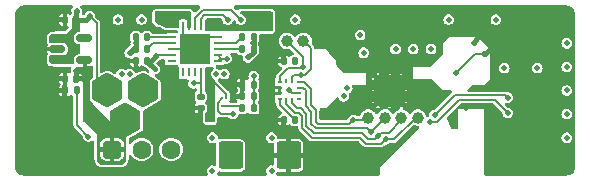
<source format=gbl>
%TF.GenerationSoftware,KiCad,Pcbnew,7.0.2*%
%TF.CreationDate,2024-01-22T16:16:06-06:00*%
%TF.ProjectId,imu-harvester,696d752d-6861-4727-9665-737465722e6b,rev?*%
%TF.SameCoordinates,Original*%
%TF.FileFunction,Copper,L4,Bot*%
%TF.FilePolarity,Positive*%
%FSLAX46Y46*%
G04 Gerber Fmt 4.6, Leading zero omitted, Abs format (unit mm)*
G04 Created by KiCad (PCBNEW 7.0.2) date 2024-01-22 16:16:06*
%MOMM*%
%LPD*%
G01*
G04 APERTURE LIST*
G04 Aperture macros list*
%AMRoundRect*
0 Rectangle with rounded corners*
0 $1 Rounding radius*
0 $2 $3 $4 $5 $6 $7 $8 $9 X,Y pos of 4 corners*
0 Add a 4 corners polygon primitive as box body*
4,1,4,$2,$3,$4,$5,$6,$7,$8,$9,$2,$3,0*
0 Add four circle primitives for the rounded corners*
1,1,$1+$1,$2,$3*
1,1,$1+$1,$4,$5*
1,1,$1+$1,$6,$7*
1,1,$1+$1,$8,$9*
0 Add four rect primitives between the rounded corners*
20,1,$1+$1,$2,$3,$4,$5,0*
20,1,$1+$1,$4,$5,$6,$7,0*
20,1,$1+$1,$6,$7,$8,$9,0*
20,1,$1+$1,$8,$9,$2,$3,0*%
%AMFreePoly0*
4,1,7,1.299000,0.750000,1.299000,-0.750000,0.000000,-1.500000,-1.299000,-0.750000,-1.299000,0.750000,0.000000,1.500000,1.299000,0.750000,1.299000,0.750000,$1*%
G04 Aperture macros list end*
%TA.AperFunction,ComponentPad*%
%ADD10C,0.500000*%
%TD*%
%TA.AperFunction,SMDPad,CuDef*%
%ADD11R,2.500000X2.500000*%
%TD*%
%TA.AperFunction,ComponentPad*%
%ADD12RoundRect,0.400000X-0.400000X-0.400000X0.400000X-0.400000X0.400000X0.400000X-0.400000X0.400000X0*%
%TD*%
%TA.AperFunction,ComponentPad*%
%ADD13C,1.600000*%
%TD*%
%TA.AperFunction,SMDPad,CuDef*%
%ADD14C,1.000000*%
%TD*%
%TA.AperFunction,SMDPad,CuDef*%
%ADD15FreePoly0,180.000000*%
%TD*%
%TA.AperFunction,SMDPad,CuDef*%
%ADD16R,0.150000X0.250000*%
%TD*%
%TA.AperFunction,SMDPad,CuDef*%
%ADD17R,0.500000X0.250000*%
%TD*%
%TA.AperFunction,SMDPad,CuDef*%
%ADD18RoundRect,0.135000X0.135000X0.185000X-0.135000X0.185000X-0.135000X-0.185000X0.135000X-0.185000X0*%
%TD*%
%TA.AperFunction,SMDPad,CuDef*%
%ADD19RoundRect,0.140000X0.140000X0.170000X-0.140000X0.170000X-0.140000X-0.170000X0.140000X-0.170000X0*%
%TD*%
%TA.AperFunction,SMDPad,CuDef*%
%ADD20RoundRect,0.140000X-0.140000X-0.170000X0.140000X-0.170000X0.140000X0.170000X-0.140000X0.170000X0*%
%TD*%
%TA.AperFunction,SMDPad,CuDef*%
%ADD21RoundRect,0.150000X-0.512500X-0.150000X0.512500X-0.150000X0.512500X0.150000X-0.512500X0.150000X0*%
%TD*%
%TA.AperFunction,SMDPad,CuDef*%
%ADD22RoundRect,0.250000X-0.787500X-0.925000X0.787500X-0.925000X0.787500X0.925000X-0.787500X0.925000X0*%
%TD*%
%TA.AperFunction,SMDPad,CuDef*%
%ADD23R,0.249200X0.784800*%
%TD*%
%TA.AperFunction,SMDPad,CuDef*%
%ADD24R,0.784800X0.249200*%
%TD*%
%TA.AperFunction,SMDPad,CuDef*%
%ADD25R,2.550000X2.550000*%
%TD*%
%TA.AperFunction,SMDPad,CuDef*%
%ADD26R,0.410000X0.280000*%
%TD*%
%TA.AperFunction,SMDPad,CuDef*%
%ADD27R,0.280000X0.410000*%
%TD*%
%TA.AperFunction,SMDPad,CuDef*%
%ADD28RoundRect,0.140000X-0.170000X0.140000X-0.170000X-0.140000X0.170000X-0.140000X0.170000X0.140000X0*%
%TD*%
%TA.AperFunction,ViaPad*%
%ADD29C,0.500000*%
%TD*%
%TA.AperFunction,Conductor*%
%ADD30C,0.200000*%
%TD*%
%TA.AperFunction,Conductor*%
%ADD31C,0.400000*%
%TD*%
%TA.AperFunction,Conductor*%
%ADD32C,0.150000*%
%TD*%
G04 APERTURE END LIST*
D10*
X208000000Y-54000000D03*
X208000000Y-55000000D03*
X208000000Y-56000000D03*
X209000000Y-54000000D03*
X209000000Y-55000000D03*
D11*
X209000000Y-55000000D03*
D10*
X209000000Y-56000000D03*
X210000000Y-54000000D03*
X210000000Y-55000000D03*
X210000000Y-56000000D03*
D12*
X185500000Y-60000000D03*
D13*
X188000000Y-60000000D03*
X190500000Y-60000000D03*
D14*
X200300000Y-50800000D03*
D15*
X188100000Y-55000000D03*
X185100000Y-55000000D03*
D16*
X194825000Y-55675000D03*
X195175000Y-55675000D03*
D17*
X195000000Y-56325000D03*
D18*
X197510000Y-55500000D03*
X196490000Y-55500000D03*
D19*
X200980000Y-57500000D03*
X200020000Y-57500000D03*
X197480000Y-50500000D03*
X196520000Y-50500000D03*
X197480000Y-54500000D03*
X196520000Y-54500000D03*
X200980000Y-52500000D03*
X200020000Y-52500000D03*
D14*
X211400000Y-57300000D03*
D20*
X187520000Y-50500000D03*
X188480000Y-50500000D03*
D21*
X180862500Y-52450000D03*
X180862500Y-51500000D03*
X180862500Y-50550000D03*
X183137500Y-50550000D03*
X183137500Y-52450000D03*
D19*
X197480000Y-51500000D03*
X196520000Y-51500000D03*
D22*
X195537500Y-60500000D03*
X200462500Y-60500000D03*
D14*
X210000000Y-57300000D03*
D15*
X186600000Y-57500000D03*
D14*
X201700000Y-50800000D03*
D23*
X193500001Y-53462399D03*
X192999999Y-53462399D03*
X192500000Y-53462399D03*
X192000001Y-53462399D03*
X191499999Y-53462399D03*
D24*
X190537601Y-52500001D03*
X190537601Y-51999999D03*
X190537601Y-51500000D03*
X190537601Y-51000001D03*
X190537601Y-50499999D03*
D23*
X191499999Y-49537601D03*
X192000001Y-49537601D03*
X192500000Y-49537601D03*
X192999999Y-49537601D03*
X193500001Y-49537601D03*
D24*
X194462399Y-50499999D03*
X194462399Y-51000001D03*
X194462399Y-51500000D03*
X194462399Y-51999999D03*
X194462399Y-52500001D03*
D25*
X192500000Y-51500000D03*
D14*
X207200000Y-57300000D03*
D19*
X188480000Y-52500000D03*
X187520000Y-52500000D03*
X182480000Y-49000000D03*
X181520000Y-49000000D03*
D26*
X201315000Y-54250000D03*
X201315000Y-54750000D03*
X201315000Y-55250000D03*
X201315000Y-55750000D03*
D27*
X200750000Y-55815000D03*
X200250000Y-55815000D03*
D26*
X199685000Y-55750000D03*
X199685000Y-55250000D03*
X199685000Y-54750000D03*
X199685000Y-54250000D03*
D27*
X200250000Y-54185000D03*
X200750000Y-54185000D03*
D18*
X182510000Y-55000000D03*
X181490000Y-55000000D03*
X197510000Y-56500000D03*
X196490000Y-56500000D03*
D15*
X189600000Y-57500000D03*
D20*
X187520000Y-51500000D03*
X188480000Y-51500000D03*
D28*
X193000000Y-55520000D03*
X193000000Y-56480000D03*
D19*
X182480000Y-54000000D03*
X181520000Y-54000000D03*
D14*
X208600000Y-57300000D03*
D29*
X205900000Y-57500000D03*
X207400000Y-58500000D03*
X194000000Y-59000000D03*
X201000000Y-57500000D03*
X212500000Y-51500000D03*
X200500000Y-55000000D03*
X194000000Y-61800000D03*
X199000000Y-59000000D03*
X200980000Y-52500000D03*
X211000000Y-51500000D03*
X224000000Y-57000000D03*
X224000000Y-55000000D03*
X224000000Y-59000000D03*
X206800000Y-51800000D03*
X188230053Y-55197198D03*
X224000000Y-51000000D03*
X224000000Y-53000000D03*
X209500000Y-51500000D03*
X206500000Y-50300000D03*
X199000000Y-61800000D03*
X208025654Y-58812827D03*
X208651308Y-59125654D03*
X217500000Y-57000000D03*
X214600000Y-53500000D03*
X210800000Y-58500000D03*
X190600000Y-54400000D03*
X217500000Y-60000000D03*
X206020000Y-59600000D03*
X219000000Y-58100000D03*
X197400000Y-60000000D03*
X192500000Y-51500000D03*
X204000000Y-51300000D03*
X217500000Y-61500000D03*
X197400000Y-60900000D03*
X204000000Y-56700000D03*
X208000000Y-61300000D03*
X198600000Y-53200000D03*
X203800000Y-60000000D03*
X205000000Y-48800000D03*
X215500000Y-56500000D03*
X205000000Y-50200000D03*
X216100000Y-51000000D03*
X197400000Y-59100000D03*
X190600000Y-53200000D03*
X198600000Y-54400000D03*
X193300000Y-52300000D03*
X217000000Y-51900000D03*
X186800000Y-52500000D03*
X209400000Y-59900000D03*
X220700000Y-51200000D03*
X202000000Y-60000000D03*
X211700000Y-49000000D03*
X202900000Y-60000000D03*
X205400000Y-60000000D03*
X217500000Y-58500000D03*
X219500000Y-51200000D03*
X221200000Y-58100000D03*
X187600000Y-53100000D03*
X201701636Y-52995025D03*
X201483058Y-53659500D03*
X192400000Y-54400000D03*
X195200000Y-52300000D03*
X189214049Y-52110416D03*
X189100000Y-53200000D03*
X197000000Y-52200000D03*
X197400000Y-51000000D03*
X194300000Y-53600000D03*
X195000000Y-53600000D03*
X187500000Y-51000000D03*
X187000000Y-51800000D03*
X186300000Y-53600000D03*
X187000000Y-53600000D03*
X195000000Y-59600000D03*
X195000000Y-61400000D03*
X193900000Y-55600000D03*
X195000000Y-60500000D03*
X193900000Y-57400000D03*
X193900000Y-56500000D03*
X205400000Y-54800000D03*
X197500000Y-53800000D03*
X201000000Y-49000000D03*
X182500000Y-48300000D03*
X214000000Y-49000000D03*
X218700000Y-53100000D03*
X188000000Y-49000000D03*
X218000000Y-49000000D03*
X221500000Y-53100000D03*
X183600000Y-48700000D03*
X186600000Y-58400000D03*
X183500000Y-58900000D03*
X196400000Y-49000000D03*
X186000000Y-49000000D03*
X195300000Y-49000000D03*
X219000000Y-56900000D03*
X212400000Y-57700000D03*
X219000000Y-55600000D03*
X212800000Y-57100000D03*
X205100000Y-55500000D03*
X195700000Y-57000000D03*
X197500000Y-49200000D03*
X198700000Y-49300000D03*
X189500000Y-49200000D03*
X190700000Y-49300000D03*
D30*
X205900000Y-57500000D02*
X205600000Y-57800000D01*
X201715686Y-54250000D02*
X201315000Y-54250000D01*
X202300000Y-54834314D02*
X201715686Y-54250000D01*
X205900000Y-57500000D02*
X207000000Y-57500000D01*
X202300000Y-56190690D02*
X202300000Y-54834314D01*
X202760000Y-57662942D02*
X202760000Y-56650691D01*
X202897058Y-57800000D02*
X202760000Y-57662942D01*
X205600000Y-57800000D02*
X202897058Y-57800000D01*
X207000000Y-57500000D02*
X207200000Y-57300000D01*
X202760000Y-56650691D02*
X202300000Y-56190690D01*
X202360000Y-57828628D02*
X202731372Y-58200000D01*
X201315000Y-54750000D02*
X201650000Y-54750000D01*
X202731372Y-58200000D02*
X207100000Y-58200000D01*
X202360000Y-56816376D02*
X202360000Y-57828628D01*
X201900000Y-56356375D02*
X202360000Y-56816376D01*
X201900000Y-55000000D02*
X201900000Y-56356375D01*
X201650000Y-54750000D02*
X201900000Y-55000000D01*
X207400000Y-58500000D02*
X208600000Y-57300000D01*
X207100000Y-58200000D02*
X207400000Y-58500000D01*
X200980000Y-57490000D02*
X201000000Y-57500000D01*
X201315000Y-55250000D02*
X200750000Y-55250000D01*
X199685000Y-56195000D02*
X200980000Y-57490000D01*
X199685000Y-55750000D02*
X199685000Y-56195000D01*
X200750000Y-55250000D02*
X200500000Y-55000000D01*
X201000000Y-57500000D02*
X200980000Y-57500000D01*
X207738481Y-59100000D02*
X208025654Y-58812827D01*
X208924346Y-58575654D02*
X210000000Y-57500000D01*
X210000000Y-57500000D02*
X210000000Y-57300000D01*
X201467940Y-56490000D02*
X201960000Y-56982061D01*
X200750000Y-55815000D02*
X200750000Y-56084314D01*
X201960000Y-56982061D02*
X201960000Y-57994314D01*
X208025654Y-58812827D02*
X208262827Y-58575654D01*
X201155686Y-56490000D02*
X201467940Y-56490000D01*
X201960000Y-57994314D02*
X202565686Y-58600000D01*
X202565686Y-58600000D02*
X206643503Y-58600000D01*
X207143504Y-59100000D02*
X207738481Y-59100000D01*
X208262827Y-58575654D02*
X208924346Y-58575654D01*
X200750000Y-56084314D02*
X201155686Y-56490000D01*
X206643503Y-58600000D02*
X207143504Y-59100000D01*
X211200000Y-57300000D02*
X211400000Y-57300000D01*
X200250000Y-56150000D02*
X200990000Y-56890000D01*
X200990000Y-56890000D02*
X201302254Y-56890000D01*
X201560000Y-58160000D02*
X202400000Y-59000000D01*
X201560000Y-57147746D02*
X201560000Y-58160000D01*
X208276962Y-59500000D02*
X208651308Y-59125654D01*
X202400000Y-59000000D02*
X206477818Y-59000000D01*
X209374346Y-59125654D02*
X211200000Y-57300000D01*
X206477818Y-59000000D02*
X206977818Y-59500000D01*
X201302254Y-56890000D02*
X201560000Y-57147746D01*
X200250000Y-55815000D02*
X200250000Y-56150000D01*
X208651308Y-59125654D02*
X209374346Y-59125654D01*
X206977818Y-59500000D02*
X208276962Y-59500000D01*
X216200000Y-51900000D02*
X217000000Y-51900000D01*
X193500001Y-50499999D02*
X192500000Y-51500000D01*
X191499999Y-50499999D02*
X191499999Y-49537601D01*
X192500000Y-51500000D02*
X191499999Y-50499999D01*
D31*
X217000000Y-51900000D02*
X217100000Y-51900000D01*
D30*
X190537601Y-51500000D02*
X192500000Y-51500000D01*
D31*
X216100000Y-50900000D02*
X216500000Y-50500000D01*
X217100000Y-51900000D02*
X217500000Y-51500000D01*
D30*
X194462399Y-50499999D02*
X193500001Y-50499999D01*
D31*
X216100000Y-51000000D02*
X216100000Y-50900000D01*
D30*
X214600000Y-53500000D02*
X216200000Y-51900000D01*
X201701636Y-52201636D02*
X200300000Y-50800000D01*
X201586661Y-53110000D02*
X200380000Y-53110000D01*
X199685000Y-53805000D02*
X199685000Y-54250000D01*
X200380000Y-53110000D02*
X199685000Y-53805000D01*
X201701636Y-52995025D02*
X201586661Y-53110000D01*
X201701636Y-52995025D02*
X201701636Y-52201636D01*
X202300000Y-51400000D02*
X201700000Y-50800000D01*
X200750000Y-53870000D02*
X200750000Y-54185000D01*
X201483058Y-53659500D02*
X201442558Y-53700000D01*
X200920000Y-53700000D02*
X200750000Y-53870000D01*
X202300000Y-53174479D02*
X202300000Y-51400000D01*
X201483058Y-53659500D02*
X201814979Y-53659500D01*
X201442558Y-53700000D02*
X200920000Y-53700000D01*
X201814979Y-53659500D02*
X202300000Y-53174479D01*
X194762400Y-52300000D02*
X194462399Y-51999999D01*
X195200000Y-52300000D02*
X194762400Y-52300000D01*
X194662400Y-52300000D02*
X194462399Y-52500001D01*
X192999999Y-54400000D02*
X192400000Y-54400000D01*
X195200000Y-52300000D02*
X194662400Y-52300000D01*
X192999999Y-54400000D02*
X193000000Y-55520000D01*
X192999999Y-53462399D02*
X192999999Y-54400000D01*
D31*
X188480000Y-52500000D02*
X188480000Y-52580000D01*
X188480000Y-52580000D02*
X189100000Y-53200000D01*
X188824465Y-52500000D02*
X189214049Y-52110416D01*
D30*
X190537601Y-51999999D02*
X189324466Y-51999999D01*
D31*
X188480000Y-52500000D02*
X188824465Y-52500000D01*
D30*
X189324466Y-51999999D02*
X189214049Y-52110416D01*
D31*
X197480000Y-51080000D02*
X197480000Y-51500000D01*
X197480000Y-50920000D02*
X197400000Y-51000000D01*
X197480000Y-50500000D02*
X197480000Y-50920000D01*
X197480000Y-51720000D02*
X197000000Y-52200000D01*
X197480000Y-51500000D02*
X197480000Y-51720000D01*
X197400000Y-51000000D02*
X197480000Y-51080000D01*
D30*
X194462399Y-51500000D02*
X196520000Y-51500000D01*
X194462399Y-51000001D02*
X196019999Y-51000001D01*
X196019999Y-51000001D02*
X196520000Y-50500000D01*
D31*
X187520000Y-51020000D02*
X187520000Y-51500000D01*
X187520000Y-50500000D02*
X187520000Y-50980000D01*
X187300000Y-51500000D02*
X187000000Y-51800000D01*
X187500000Y-51000000D02*
X187520000Y-51020000D01*
X187520000Y-50980000D02*
X187500000Y-51000000D01*
X187520000Y-51500000D02*
X187300000Y-51500000D01*
D30*
X188979999Y-51000001D02*
X190537601Y-51000001D01*
X188480000Y-51500000D02*
X188979999Y-51000001D01*
X188480000Y-50500000D02*
X190537601Y-50499999D01*
D32*
X195175000Y-55275000D02*
X194000000Y-54100000D01*
X195175000Y-55675000D02*
X195175000Y-55275000D01*
D30*
X197480000Y-53820000D02*
X197500000Y-53800000D01*
X197510000Y-55500000D02*
X197510000Y-54530000D01*
X197480000Y-54500000D02*
X197480000Y-53820000D01*
X197510000Y-56500000D02*
X197510000Y-55500000D01*
X197510000Y-54530000D02*
X197480000Y-54500000D01*
X185100000Y-55000000D02*
X184200000Y-54100000D01*
D31*
X182480000Y-49000000D02*
X183300000Y-49000000D01*
D30*
X184200000Y-49300000D02*
X183600000Y-48700000D01*
D31*
X183300000Y-49000000D02*
X183600000Y-48700000D01*
X182480000Y-48320000D02*
X182500000Y-48300000D01*
D30*
X184200000Y-54100000D02*
X184200000Y-49300000D01*
D31*
X182480000Y-49000000D02*
X182480000Y-48320000D01*
D30*
X183500000Y-58900000D02*
X182500000Y-57900000D01*
X182500000Y-55010000D02*
X182510000Y-55000000D01*
X182500000Y-57900000D02*
X182500000Y-55010000D01*
X195600000Y-48200000D02*
X196400000Y-49000000D01*
X193154917Y-48200000D02*
X195600000Y-48200000D01*
X192500000Y-49537601D02*
X192500000Y-48854916D01*
X192500000Y-48854916D02*
X193154917Y-48200000D01*
X193320602Y-48600000D02*
X194500000Y-48600000D01*
X192999999Y-49537601D02*
X192999999Y-48920603D01*
X194500000Y-48600000D02*
X194900000Y-48600000D01*
X194900000Y-48600000D02*
X195300000Y-49000000D01*
X192999999Y-48920603D02*
X193320602Y-48600000D01*
X213000000Y-57700000D02*
X212400000Y-57700000D01*
X214900000Y-55800000D02*
X213000000Y-57700000D01*
X217900000Y-55800000D02*
X214900000Y-55800000D01*
X219000000Y-56900000D02*
X217900000Y-55800000D01*
X218800000Y-55400000D02*
X219000000Y-55600000D01*
X214500000Y-55400000D02*
X218800000Y-55400000D01*
X212800000Y-57100000D02*
X214500000Y-55400000D01*
D32*
X194825000Y-55675000D02*
X194475000Y-56025000D01*
X194750000Y-57000000D02*
X195700000Y-57000000D01*
X194475000Y-56725000D02*
X194750000Y-57000000D01*
X194475000Y-56025000D02*
X194475000Y-56725000D01*
D30*
X195000000Y-56325000D02*
X196315000Y-56325000D01*
X196315000Y-56325000D02*
X196490000Y-56500000D01*
%TA.AperFunction,Conductor*%
G36*
X182132239Y-47820185D02*
G01*
X182177994Y-47872989D01*
X182187938Y-47942147D01*
X182158913Y-48005702D01*
X182117118Y-48053935D01*
X182063302Y-48171773D01*
X182044867Y-48300000D01*
X182064729Y-48438150D01*
X182054785Y-48507308D01*
X182009030Y-48560112D01*
X181941990Y-48579796D01*
X181874951Y-48560111D01*
X181860149Y-48548182D01*
X181749356Y-48496518D01*
X181720000Y-48492653D01*
X181720000Y-49507344D01*
X181734904Y-49520414D01*
X181751662Y-49523028D01*
X181803919Y-49569407D01*
X181822805Y-49636676D01*
X181802325Y-49703476D01*
X181786496Y-49722883D01*
X181551197Y-49958182D01*
X181489877Y-49991666D01*
X181463518Y-49994500D01*
X180706488Y-49994500D01*
X180704448Y-49994550D01*
X180693046Y-49994940D01*
X180691045Y-49995055D01*
X180680125Y-49995787D01*
X180678082Y-49995971D01*
X180666745Y-49997105D01*
X180664747Y-49997352D01*
X180558727Y-50011324D01*
X180558688Y-50011330D01*
X180556686Y-50011594D01*
X180554688Y-50011991D01*
X180554678Y-50011993D01*
X180532327Y-50016438D01*
X180532308Y-50016442D01*
X180530324Y-50016837D01*
X180528367Y-50017361D01*
X180528347Y-50017366D01*
X180507327Y-50022998D01*
X180507308Y-50023003D01*
X180505370Y-50023523D01*
X180503461Y-50024170D01*
X180503451Y-50024174D01*
X180481843Y-50031508D01*
X180481818Y-50031517D01*
X180479913Y-50032164D01*
X180478051Y-50032934D01*
X180478033Y-50032942D01*
X180460848Y-50040061D01*
X180413395Y-50049500D01*
X180316737Y-50049500D01*
X180248609Y-50059426D01*
X180143515Y-50110802D01*
X180060802Y-50193515D01*
X180009426Y-50298609D01*
X179999500Y-50366736D01*
X179999500Y-50640427D01*
X179998439Y-50656610D01*
X179997105Y-50666744D01*
X179996887Y-50668782D01*
X179995787Y-50680124D01*
X179995640Y-50682125D01*
X179994940Y-50693044D01*
X179994856Y-50695095D01*
X179994500Y-50706487D01*
X179994484Y-50708504D01*
X179994499Y-50898490D01*
X179994500Y-50898507D01*
X179994500Y-50902042D01*
X179999882Y-50948767D01*
X180000688Y-50952222D01*
X180000691Y-50952235D01*
X180004576Y-50968872D01*
X180010118Y-50992607D01*
X180015438Y-51011335D01*
X180037096Y-51046776D01*
X180041389Y-51053800D01*
X180059550Y-51121268D01*
X180046983Y-51172920D01*
X180009911Y-51248753D01*
X180002444Y-51299999D01*
X180002445Y-51300000D01*
X180938500Y-51300000D01*
X181005539Y-51319685D01*
X181051294Y-51372489D01*
X181062500Y-51424000D01*
X181062500Y-51576000D01*
X181042815Y-51643039D01*
X180990011Y-51688794D01*
X180938500Y-51700000D01*
X180002447Y-51700000D01*
X180009912Y-51751250D01*
X180046997Y-51827110D01*
X180058755Y-51895983D01*
X180042044Y-51945168D01*
X180023463Y-51976267D01*
X180004558Y-52034453D01*
X180004557Y-52034456D01*
X180004557Y-52034458D01*
X179996872Y-52082986D01*
X179994500Y-52097962D01*
X179994500Y-52293511D01*
X179994550Y-52295551D01*
X179994940Y-52306953D01*
X179995055Y-52308954D01*
X179995787Y-52319874D01*
X179995971Y-52321913D01*
X179997105Y-52333255D01*
X179997352Y-52335257D01*
X179998439Y-52343386D01*
X179999500Y-52359572D01*
X179999500Y-52633263D01*
X180009426Y-52701390D01*
X180009426Y-52701391D01*
X180009427Y-52701393D01*
X180011575Y-52705786D01*
X180060802Y-52806484D01*
X180143515Y-52889197D01*
X180143516Y-52889197D01*
X180143517Y-52889198D01*
X180248607Y-52940573D01*
X180275860Y-52944543D01*
X180316737Y-52950500D01*
X180316740Y-52950500D01*
X180413399Y-52950500D01*
X180460850Y-52959938D01*
X180479907Y-52967832D01*
X180505361Y-52976473D01*
X180530325Y-52983162D01*
X180556689Y-52988406D01*
X180666742Y-53002894D01*
X180666743Y-53002895D01*
X180668769Y-53003111D01*
X180680125Y-53004213D01*
X180682131Y-53004360D01*
X180693047Y-53005060D01*
X180695101Y-53005145D01*
X180706488Y-53005500D01*
X180708505Y-53005516D01*
X181925791Y-53005500D01*
X181992830Y-53025185D01*
X182038585Y-53077989D01*
X182048529Y-53147147D01*
X182040351Y-53176955D01*
X182032188Y-53196659D01*
X182032182Y-53196675D01*
X182031255Y-53198913D01*
X182030505Y-53201219D01*
X182030502Y-53201229D01*
X182022438Y-53226044D01*
X182022434Y-53226056D01*
X182021684Y-53228366D01*
X182021115Y-53230732D01*
X182021114Y-53230739D01*
X182014721Y-53257366D01*
X182014718Y-53257379D01*
X182014154Y-53259730D01*
X182013775Y-53262117D01*
X182013773Y-53262132D01*
X182001077Y-53342297D01*
X182000612Y-53413270D01*
X181998713Y-53413257D01*
X181990486Y-53470913D01*
X181944786Y-53523765D01*
X181877767Y-53543519D01*
X181825233Y-53531901D01*
X181749355Y-53496518D01*
X181720000Y-53492653D01*
X181720000Y-54468637D01*
X181700315Y-54535676D01*
X181690000Y-54548477D01*
X181690000Y-55516609D01*
X181713042Y-55513576D01*
X181820110Y-55463649D01*
X181911964Y-55371796D01*
X181973287Y-55338311D01*
X182042979Y-55343295D01*
X182087328Y-55371796D01*
X182095934Y-55380402D01*
X182095935Y-55380404D01*
X182129535Y-55414004D01*
X182163182Y-55447651D01*
X182196666Y-55508975D01*
X182199500Y-55535332D01*
X182199500Y-57830756D01*
X182196756Y-57847577D01*
X182199368Y-57904078D01*
X182199500Y-57909804D01*
X182199500Y-57928818D01*
X182201181Y-57943307D01*
X182202415Y-57969993D01*
X182205213Y-57976330D01*
X182213666Y-58003626D01*
X182214938Y-58010434D01*
X182228997Y-58033140D01*
X182237002Y-58048327D01*
X182247792Y-58072763D01*
X182252688Y-58077659D01*
X182270434Y-58100063D01*
X182274081Y-58105952D01*
X182295396Y-58122048D01*
X182308351Y-58133322D01*
X183010618Y-58835590D01*
X183044103Y-58896913D01*
X183045675Y-58905624D01*
X183063302Y-59028226D01*
X183117118Y-59146064D01*
X183173866Y-59211555D01*
X183201951Y-59243967D01*
X183216329Y-59253207D01*
X183310931Y-59314005D01*
X183435227Y-59350500D01*
X183435228Y-59350500D01*
X183564773Y-59350500D01*
X183689068Y-59314005D01*
X183769340Y-59262417D01*
X183798049Y-59243967D01*
X183798050Y-59243965D01*
X183803460Y-59240489D01*
X183870499Y-59220804D01*
X183937539Y-59240488D01*
X183983294Y-59293292D01*
X183994500Y-59344804D01*
X183994500Y-60793511D01*
X183994550Y-60795551D01*
X183994940Y-60806953D01*
X183995055Y-60808954D01*
X183995787Y-60819874D01*
X183995971Y-60821913D01*
X183997105Y-60833255D01*
X183997352Y-60835257D01*
X184011327Y-60941286D01*
X184011328Y-60941294D01*
X184011594Y-60943312D01*
X184011987Y-60945288D01*
X184011989Y-60945300D01*
X184016439Y-60967671D01*
X184016837Y-60969673D01*
X184017360Y-60971626D01*
X184017364Y-60971642D01*
X184021218Y-60986024D01*
X184023524Y-60994631D01*
X184024167Y-60996526D01*
X184024174Y-60996548D01*
X184031519Y-61018182D01*
X184032166Y-61020088D01*
X184032927Y-61021926D01*
X184032936Y-61021949D01*
X184071364Y-61114722D01*
X184071369Y-61114733D01*
X184072143Y-61116601D01*
X184084029Y-61140705D01*
X184085038Y-61142454D01*
X184085041Y-61142459D01*
X184096947Y-61163081D01*
X184111885Y-61185438D01*
X184175482Y-61268318D01*
X184193205Y-61288526D01*
X184211473Y-61306794D01*
X184231681Y-61324517D01*
X184233296Y-61325756D01*
X184311797Y-61385994D01*
X184314558Y-61388112D01*
X184336912Y-61403048D01*
X184359294Y-61415970D01*
X184383401Y-61427858D01*
X184479907Y-61467832D01*
X184505361Y-61476473D01*
X184530325Y-61483162D01*
X184556689Y-61488406D01*
X184664859Y-61502647D01*
X184666743Y-61502895D01*
X184668769Y-61503111D01*
X184680125Y-61504213D01*
X184682131Y-61504360D01*
X184693047Y-61505060D01*
X184695101Y-61505145D01*
X184706488Y-61505500D01*
X184708505Y-61505516D01*
X186193512Y-61505500D01*
X186195552Y-61505450D01*
X186206953Y-61505060D01*
X186208952Y-61504945D01*
X186219875Y-61504213D01*
X186221910Y-61504029D01*
X186233258Y-61502895D01*
X186235271Y-61502647D01*
X186338765Y-61489004D01*
X186343311Y-61488406D01*
X186369674Y-61483162D01*
X186394638Y-61476473D01*
X186420092Y-61467832D01*
X186516598Y-61427858D01*
X186540705Y-61415970D01*
X186563087Y-61403048D01*
X186585440Y-61388113D01*
X186668314Y-61324521D01*
X186688523Y-61306797D01*
X186706797Y-61288523D01*
X186724521Y-61268314D01*
X186788113Y-61185440D01*
X186803048Y-61163087D01*
X186815970Y-61140705D01*
X186827858Y-61116598D01*
X186867832Y-61020092D01*
X186876473Y-60994636D01*
X186883162Y-60969671D01*
X186888406Y-60943308D01*
X186902894Y-60833254D01*
X186903112Y-60831220D01*
X186904212Y-60819874D01*
X186904359Y-60817872D01*
X186905059Y-60806953D01*
X186905144Y-60804900D01*
X186905499Y-60793511D01*
X186905515Y-60791494D01*
X186905499Y-60569783D01*
X186925184Y-60502744D01*
X186977988Y-60456989D01*
X187047146Y-60447045D01*
X187110702Y-60476070D01*
X187138854Y-60511325D01*
X187164090Y-60558538D01*
X187289117Y-60710883D01*
X187441462Y-60835910D01*
X187615273Y-60928814D01*
X187803868Y-60986024D01*
X188000000Y-61005341D01*
X188196132Y-60986024D01*
X188384727Y-60928814D01*
X188558538Y-60835910D01*
X188710883Y-60710883D01*
X188835910Y-60558538D01*
X188928814Y-60384727D01*
X188986024Y-60196132D01*
X189005341Y-60000000D01*
X189494659Y-60000000D01*
X189513976Y-60196133D01*
X189571185Y-60384726D01*
X189609811Y-60456989D01*
X189664090Y-60558538D01*
X189789117Y-60710883D01*
X189941462Y-60835910D01*
X190115273Y-60928814D01*
X190303868Y-60986024D01*
X190500000Y-61005341D01*
X190696132Y-60986024D01*
X190884727Y-60928814D01*
X191058538Y-60835910D01*
X191210883Y-60710883D01*
X191335910Y-60558538D01*
X191428814Y-60384727D01*
X191486024Y-60196132D01*
X191505341Y-60000000D01*
X191486024Y-59803868D01*
X191428814Y-59615273D01*
X191335910Y-59441462D01*
X191210883Y-59289117D01*
X191058538Y-59164090D01*
X190990738Y-59127850D01*
X190884726Y-59071185D01*
X190696133Y-59013976D01*
X190500000Y-58994659D01*
X190303866Y-59013976D01*
X190115273Y-59071185D01*
X189941463Y-59164089D01*
X189789117Y-59289117D01*
X189664089Y-59441463D01*
X189571185Y-59615273D01*
X189513976Y-59803866D01*
X189494659Y-60000000D01*
X189005341Y-60000000D01*
X188986024Y-59803868D01*
X188928814Y-59615273D01*
X188835910Y-59441462D01*
X188710883Y-59289117D01*
X188558538Y-59164090D01*
X188490738Y-59127850D01*
X188384726Y-59071185D01*
X188196133Y-59013976D01*
X188000000Y-58994659D01*
X187803866Y-59013976D01*
X187615273Y-59071185D01*
X187441463Y-59164089D01*
X187289117Y-59289117D01*
X187164089Y-59441463D01*
X187138857Y-59488669D01*
X187089895Y-59538514D01*
X187021757Y-59553974D01*
X186956077Y-59530142D01*
X186913709Y-59474585D01*
X186905499Y-59430216D01*
X186905499Y-59213595D01*
X186905449Y-59211555D01*
X186905059Y-59200153D01*
X186904944Y-59198152D01*
X186904212Y-59187232D01*
X186904028Y-59185189D01*
X186902894Y-59173852D01*
X186902647Y-59171854D01*
X186899922Y-59151275D01*
X186910688Y-59082240D01*
X186957068Y-59029985D01*
X186960826Y-59027724D01*
X188001216Y-58427039D01*
X188043552Y-58394552D01*
X188087867Y-58328231D01*
X188095354Y-58290593D01*
X188103428Y-58250002D01*
X188103428Y-56799430D01*
X188123113Y-56732391D01*
X188175917Y-56686636D01*
X188187570Y-56682011D01*
X188191169Y-56680789D01*
X188193493Y-56680000D01*
X192492654Y-56680000D01*
X192496518Y-56709356D01*
X192547192Y-56818025D01*
X192631974Y-56902807D01*
X192740643Y-56953481D01*
X192786139Y-56959470D01*
X192794213Y-56960000D01*
X192800000Y-56960000D01*
X192800000Y-56680000D01*
X192492654Y-56680000D01*
X188193493Y-56680000D01*
X188202216Y-56677039D01*
X189501216Y-55927039D01*
X189543552Y-55894552D01*
X189587867Y-55828231D01*
X189603428Y-55750000D01*
X189603428Y-54250000D01*
X189596463Y-54197093D01*
X189561185Y-54125554D01*
X189553875Y-54119143D01*
X189501214Y-54072959D01*
X189153528Y-53872217D01*
X189105313Y-53821650D01*
X189092091Y-53753043D01*
X189118059Y-53688178D01*
X189174974Y-53647650D01*
X189180566Y-53645862D01*
X189289069Y-53614004D01*
X189398049Y-53543967D01*
X189482882Y-53446063D01*
X189536697Y-53328226D01*
X189555133Y-53200000D01*
X189536697Y-53071774D01*
X189535354Y-53068834D01*
X189482881Y-52953935D01*
X189398050Y-52856034D01*
X189398049Y-52856033D01*
X189306374Y-52797117D01*
X189260621Y-52744314D01*
X189250677Y-52675156D01*
X189279702Y-52611600D01*
X189285720Y-52605136D01*
X189328812Y-52562044D01*
X189381556Y-52530750D01*
X189403118Y-52524420D01*
X189512098Y-52454383D01*
X189559220Y-52400000D01*
X189608354Y-52343297D01*
X189667132Y-52305522D01*
X189702067Y-52300499D01*
X189820701Y-52300499D01*
X189887740Y-52320184D01*
X189933495Y-52372988D01*
X189944701Y-52424499D01*
X189944701Y-52644349D01*
X189956333Y-52702831D01*
X190000648Y-52769153D01*
X190066970Y-52813468D01*
X190125452Y-52825101D01*
X190951659Y-52825101D01*
X191018698Y-52844786D01*
X191054761Y-52880210D01*
X191080807Y-52919192D01*
X191119790Y-52945239D01*
X191164595Y-52998851D01*
X191174899Y-53048341D01*
X191174899Y-53874547D01*
X191186531Y-53933029D01*
X191230846Y-53999351D01*
X191297168Y-54043666D01*
X191355650Y-54055299D01*
X191355651Y-54055299D01*
X191644348Y-54055299D01*
X191670655Y-54050066D01*
X191702830Y-54043666D01*
X191702830Y-54043665D01*
X191725807Y-54039095D01*
X191774191Y-54039095D01*
X191855652Y-54055299D01*
X191855653Y-54055299D01*
X191869216Y-54055299D01*
X191936255Y-54074984D01*
X191982010Y-54127788D01*
X191991954Y-54196946D01*
X191982010Y-54230811D01*
X191963302Y-54271773D01*
X191944867Y-54400000D01*
X191963302Y-54528226D01*
X192017118Y-54646064D01*
X192100500Y-54742293D01*
X192101951Y-54743967D01*
X192103288Y-54744826D01*
X192210931Y-54814005D01*
X192335227Y-54850500D01*
X192335228Y-54850500D01*
X192464773Y-54850500D01*
X192540565Y-54828246D01*
X192610435Y-54828246D01*
X192669212Y-54866021D01*
X192698237Y-54929577D01*
X192699499Y-54947223D01*
X192699499Y-54986157D01*
X192679814Y-55053196D01*
X192643856Y-55084604D01*
X192546774Y-55181685D01*
X192496028Y-55290512D01*
X192494200Y-55304402D01*
X192489500Y-55340099D01*
X192489500Y-55344151D01*
X192489500Y-55344152D01*
X192489500Y-55695840D01*
X192489500Y-55695855D01*
X192489501Y-55699900D01*
X192490029Y-55703916D01*
X192490030Y-55703921D01*
X192496028Y-55749488D01*
X192546776Y-55858317D01*
X192601132Y-55912673D01*
X192634617Y-55973996D01*
X192629633Y-56043688D01*
X192601132Y-56088035D01*
X192547192Y-56141974D01*
X192496518Y-56250643D01*
X192492653Y-56279999D01*
X192492654Y-56280000D01*
X193076000Y-56280000D01*
X193143039Y-56299685D01*
X193188794Y-56352489D01*
X193200000Y-56404000D01*
X193200000Y-56875779D01*
X193198738Y-56893426D01*
X193194500Y-56922901D01*
X193194500Y-57576000D01*
X193194854Y-57579297D01*
X193194855Y-57579306D01*
X193198840Y-57616372D01*
X193198842Y-57616388D01*
X193199197Y-57619684D01*
X193199903Y-57622933D01*
X193199904Y-57622934D01*
X193210403Y-57671195D01*
X193210768Y-57672732D01*
X193212878Y-57681350D01*
X193255899Y-57762085D01*
X193300399Y-57813441D01*
X193300420Y-57813464D01*
X193301655Y-57814889D01*
X193319246Y-57832843D01*
X193399063Y-57877490D01*
X193466102Y-57897175D01*
X193524000Y-57905500D01*
X193524004Y-57905500D01*
X194072678Y-57905500D01*
X194076000Y-57905500D01*
X194119684Y-57900803D01*
X194171195Y-57889597D01*
X194172732Y-57889232D01*
X194181350Y-57887121D01*
X194181368Y-57887111D01*
X194181373Y-57887110D01*
X194262085Y-57844100D01*
X194295796Y-57814889D01*
X194313441Y-57799600D01*
X194313446Y-57799595D01*
X194314889Y-57798345D01*
X194332843Y-57780754D01*
X194377490Y-57700937D01*
X194377765Y-57700000D01*
X199540000Y-57700000D01*
X199540000Y-57705786D01*
X199540529Y-57713860D01*
X199546518Y-57759356D01*
X199597192Y-57868025D01*
X199681974Y-57952807D01*
X199790642Y-58003480D01*
X199819999Y-58007344D01*
X199820000Y-58007344D01*
X199820000Y-57700000D01*
X199540000Y-57700000D01*
X194377765Y-57700000D01*
X194397175Y-57633898D01*
X194405500Y-57576000D01*
X194405500Y-57333139D01*
X194425185Y-57266101D01*
X194477989Y-57220346D01*
X194547147Y-57210402D01*
X194598387Y-57230036D01*
X194642505Y-57259515D01*
X194722867Y-57275500D01*
X194722868Y-57275500D01*
X194734846Y-57277882D01*
X194734847Y-57277883D01*
X194750000Y-57280897D01*
X194765153Y-57277883D01*
X194789344Y-57275500D01*
X195285996Y-57275500D01*
X195353035Y-57295185D01*
X195379706Y-57318294D01*
X195401951Y-57343967D01*
X195444587Y-57371368D01*
X195510931Y-57414005D01*
X195635227Y-57450500D01*
X195635228Y-57450500D01*
X195764773Y-57450500D01*
X195889068Y-57414005D01*
X195943578Y-57378973D01*
X195998049Y-57343967D01*
X196082882Y-57246063D01*
X196136697Y-57128226D01*
X196137784Y-57120661D01*
X196166806Y-57057108D01*
X196225582Y-57019331D01*
X196276704Y-57015368D01*
X196315684Y-57020500D01*
X196319737Y-57020500D01*
X196660263Y-57020500D01*
X196664316Y-57020500D01*
X196713173Y-57014068D01*
X196820404Y-56964065D01*
X196866251Y-56918218D01*
X196912319Y-56872151D01*
X196973642Y-56838666D01*
X197043334Y-56843650D01*
X197087681Y-56872151D01*
X197179594Y-56964064D01*
X197179595Y-56964064D01*
X197179596Y-56964065D01*
X197286827Y-57014068D01*
X197335684Y-57020500D01*
X197339737Y-57020500D01*
X197680263Y-57020500D01*
X197684316Y-57020500D01*
X197733173Y-57014068D01*
X197840404Y-56964065D01*
X197924065Y-56880404D01*
X197974068Y-56773173D01*
X197980500Y-56724316D01*
X197980500Y-56275684D01*
X197974068Y-56226827D01*
X197966382Y-56210344D01*
X197924065Y-56119595D01*
X197892151Y-56087682D01*
X197858665Y-56026359D01*
X197863649Y-55956668D01*
X197892151Y-55912318D01*
X197924065Y-55880404D01*
X197928023Y-55871916D01*
X197974068Y-55773173D01*
X197980500Y-55724316D01*
X197980500Y-55275684D01*
X197974068Y-55226827D01*
X197924065Y-55119596D01*
X197924064Y-55119595D01*
X197924064Y-55119594D01*
X197875686Y-55071216D01*
X197842201Y-55009893D01*
X197847185Y-54940201D01*
X197875687Y-54895853D01*
X197881540Y-54890000D01*
X199280000Y-54890000D01*
X199280000Y-54909696D01*
X199293150Y-54975810D01*
X199293150Y-55024190D01*
X199280000Y-55090303D01*
X199280000Y-55110000D01*
X199545000Y-55110000D01*
X199545000Y-54890000D01*
X199280000Y-54890000D01*
X197881540Y-54890000D01*
X197883721Y-54887819D01*
X197903224Y-54868316D01*
X197953972Y-54759487D01*
X197960500Y-54709901D01*
X197960499Y-54290100D01*
X197953972Y-54240513D01*
X197903224Y-54131684D01*
X197903223Y-54131683D01*
X197897376Y-54119143D01*
X197886884Y-54050066D01*
X197896961Y-54015233D01*
X197936697Y-53928226D01*
X197955133Y-53800000D01*
X197936697Y-53671774D01*
X197926981Y-53650500D01*
X197882881Y-53553935D01*
X197798049Y-53456033D01*
X197689068Y-53385994D01*
X197564773Y-53349500D01*
X197564772Y-53349500D01*
X197435228Y-53349500D01*
X197435227Y-53349500D01*
X197310931Y-53385994D01*
X197201950Y-53456033D01*
X197117118Y-53553935D01*
X197063302Y-53671773D01*
X197044867Y-53800000D01*
X197064729Y-53938150D01*
X197054785Y-54007308D01*
X197009030Y-54060112D01*
X196941990Y-54079796D01*
X196874951Y-54060111D01*
X196860149Y-54048182D01*
X196749356Y-53996518D01*
X196720000Y-53992653D01*
X196720000Y-54300000D01*
X196719999Y-54968638D01*
X196700314Y-55035678D01*
X196690000Y-55048477D01*
X196690000Y-55576000D01*
X196670315Y-55643039D01*
X196617511Y-55688794D01*
X196566000Y-55700000D01*
X196020001Y-55700000D01*
X196020001Y-55720194D01*
X196020531Y-55728289D01*
X196026421Y-55773040D01*
X196061421Y-55848095D01*
X196071913Y-55917172D01*
X196043394Y-55980956D01*
X195984917Y-56019196D01*
X195949039Y-56024500D01*
X195560866Y-56024500D01*
X195493827Y-56004815D01*
X195448072Y-55952011D01*
X195438128Y-55882853D01*
X195439245Y-55876326D01*
X195450500Y-55819748D01*
X195450500Y-55530252D01*
X195450500Y-55314343D01*
X195451913Y-55300000D01*
X196020000Y-55300000D01*
X196290000Y-55300000D01*
X196290000Y-55021361D01*
X196309685Y-54954322D01*
X196320000Y-54941521D01*
X196320000Y-54700000D01*
X196040000Y-54700000D01*
X196040000Y-54705786D01*
X196040529Y-54713860D01*
X196046518Y-54759356D01*
X196097192Y-54868025D01*
X196125021Y-54895854D01*
X196158506Y-54957177D01*
X196153522Y-55026869D01*
X196125022Y-55071216D01*
X196076350Y-55119888D01*
X196026422Y-55226957D01*
X196020529Y-55271724D01*
X196020000Y-55279798D01*
X196020000Y-55300000D01*
X195451913Y-55300000D01*
X195452883Y-55290151D01*
X195455897Y-55275000D01*
X195445815Y-55224316D01*
X195434515Y-55167505D01*
X195399000Y-55114354D01*
X195388994Y-55099378D01*
X195388992Y-55099376D01*
X195382210Y-55089225D01*
X195382209Y-55089225D01*
X195382205Y-55089219D01*
X195380051Y-55085996D01*
X195373624Y-55076376D01*
X195360776Y-55067791D01*
X195341986Y-55052370D01*
X194589616Y-54300000D01*
X196040000Y-54300000D01*
X196320000Y-54300000D01*
X196320000Y-53992653D01*
X196319999Y-53992653D01*
X196290643Y-53996518D01*
X196181974Y-54047192D01*
X196097192Y-54131974D01*
X196046518Y-54240643D01*
X196040529Y-54286139D01*
X196040000Y-54294213D01*
X196040000Y-54300000D01*
X194589616Y-54300000D01*
X194484979Y-54195363D01*
X194451494Y-54134040D01*
X194456478Y-54064348D01*
X194498350Y-54008415D01*
X194505613Y-54003371D01*
X194582963Y-53953662D01*
X194649999Y-53933978D01*
X194717034Y-53953660D01*
X194810931Y-54014004D01*
X194810933Y-54014005D01*
X194935227Y-54050500D01*
X194935228Y-54050500D01*
X195064773Y-54050500D01*
X195189068Y-54014005D01*
X195226289Y-53990084D01*
X195298049Y-53943967D01*
X195382882Y-53846063D01*
X195436697Y-53728226D01*
X195455133Y-53600000D01*
X195436697Y-53471774D01*
X195433408Y-53464573D01*
X195382881Y-53353935D01*
X195298049Y-53256033D01*
X195189068Y-53185994D01*
X195064773Y-53149500D01*
X195064772Y-53149500D01*
X194935228Y-53149500D01*
X194935227Y-53149500D01*
X194810932Y-53185994D01*
X194717039Y-53246336D01*
X194650000Y-53266020D01*
X194582961Y-53246336D01*
X194489067Y-53185994D01*
X194383549Y-53155012D01*
X194324770Y-53117238D01*
X194295745Y-53053683D01*
X194295745Y-53053680D01*
X194294515Y-53045125D01*
X194294513Y-53045117D01*
X194294244Y-53043242D01*
X194289152Y-53018627D01*
X194289151Y-53018625D01*
X194289151Y-53018624D01*
X194283178Y-53007415D01*
X194269023Y-52938995D01*
X194294106Y-52873783D01*
X194350463Y-52832484D01*
X194392610Y-52825101D01*
X194874548Y-52825101D01*
X194884250Y-52823170D01*
X194933030Y-52813468D01*
X194999351Y-52769153D01*
X194999351Y-52769152D01*
X195012022Y-52760686D01*
X195078699Y-52739807D01*
X195115848Y-52744810D01*
X195135227Y-52750500D01*
X195135228Y-52750500D01*
X195264773Y-52750500D01*
X195389068Y-52714005D01*
X195417758Y-52695566D01*
X195498049Y-52643967D01*
X195582882Y-52546063D01*
X195636697Y-52428226D01*
X195655133Y-52300000D01*
X195636697Y-52171774D01*
X195624171Y-52144347D01*
X195582881Y-52053935D01*
X195541087Y-52005702D01*
X195512062Y-51942147D01*
X195522006Y-51872988D01*
X195567761Y-51820184D01*
X195634800Y-51800500D01*
X195986156Y-51800500D01*
X196053195Y-51820185D01*
X196084618Y-51856159D01*
X196181683Y-51953224D01*
X196213124Y-51967885D01*
X196290513Y-52003972D01*
X196340099Y-52010500D01*
X196429010Y-52010499D01*
X196496047Y-52030183D01*
X196541803Y-52082986D01*
X196551747Y-52152145D01*
X196544867Y-52199999D01*
X196563302Y-52328226D01*
X196617118Y-52446064D01*
X196690497Y-52530748D01*
X196701951Y-52543967D01*
X196705214Y-52546064D01*
X196810931Y-52614005D01*
X196935227Y-52650500D01*
X196935228Y-52650500D01*
X197064773Y-52650500D01*
X197189068Y-52614005D01*
X197232650Y-52585996D01*
X197298049Y-52543967D01*
X197382882Y-52446063D01*
X197426170Y-52351273D01*
X197451276Y-52315115D01*
X197466391Y-52300000D01*
X199540000Y-52300000D01*
X199820000Y-52300000D01*
X199820000Y-51992653D01*
X199819999Y-51992653D01*
X199790643Y-51996518D01*
X199681974Y-52047192D01*
X199597192Y-52131974D01*
X199546518Y-52240643D01*
X199540529Y-52286139D01*
X199540000Y-52294213D01*
X199540000Y-52300000D01*
X197466391Y-52300000D01*
X197785484Y-51980909D01*
X197785484Y-51980908D01*
X197793212Y-51973181D01*
X197810376Y-51961162D01*
X197818312Y-51953225D01*
X197818316Y-51953224D01*
X197903224Y-51868316D01*
X197953972Y-51759487D01*
X197960500Y-51709901D01*
X197960499Y-51290100D01*
X197953972Y-51240513D01*
X197933885Y-51197437D01*
X197893984Y-51111868D01*
X197897643Y-51110161D01*
X197883334Y-51083955D01*
X197880500Y-51057597D01*
X197880500Y-50942402D01*
X197896140Y-50889138D01*
X197893984Y-50888133D01*
X197935080Y-50800000D01*
X197953972Y-50759487D01*
X197960500Y-50709901D01*
X197960499Y-50329499D01*
X197980183Y-50262461D01*
X198032987Y-50216706D01*
X198084499Y-50205500D01*
X198972678Y-50205500D01*
X198976000Y-50205500D01*
X199019684Y-50200803D01*
X199071195Y-50189597D01*
X199072732Y-50189232D01*
X199081350Y-50187121D01*
X199081368Y-50187111D01*
X199081373Y-50187110D01*
X199162085Y-50144100D01*
X199166575Y-50140209D01*
X199213441Y-50099600D01*
X199213446Y-50099595D01*
X199214889Y-50098345D01*
X199232843Y-50080754D01*
X199277490Y-50000937D01*
X199297175Y-49933898D01*
X199305500Y-49876000D01*
X199305500Y-49000000D01*
X200544867Y-49000000D01*
X200563302Y-49128226D01*
X200617118Y-49246064D01*
X200700450Y-49342235D01*
X200701951Y-49343967D01*
X200728916Y-49361296D01*
X200810931Y-49414005D01*
X200935227Y-49450500D01*
X200935228Y-49450500D01*
X201064773Y-49450500D01*
X201189068Y-49414005D01*
X201227803Y-49389111D01*
X201298049Y-49343967D01*
X201382882Y-49246063D01*
X201436697Y-49128226D01*
X201455133Y-49000000D01*
X213544867Y-49000000D01*
X213563302Y-49128226D01*
X213617118Y-49246064D01*
X213700450Y-49342235D01*
X213701951Y-49343967D01*
X213728916Y-49361296D01*
X213810931Y-49414005D01*
X213935227Y-49450500D01*
X213935228Y-49450500D01*
X214064773Y-49450500D01*
X214189068Y-49414005D01*
X214227803Y-49389111D01*
X214298049Y-49343967D01*
X214382882Y-49246063D01*
X214436697Y-49128226D01*
X214455133Y-49000000D01*
X217544867Y-49000000D01*
X217563302Y-49128226D01*
X217617118Y-49246064D01*
X217700450Y-49342235D01*
X217701951Y-49343967D01*
X217728916Y-49361296D01*
X217810931Y-49414005D01*
X217935227Y-49450500D01*
X217935228Y-49450500D01*
X218064773Y-49450500D01*
X218189068Y-49414005D01*
X218227803Y-49389111D01*
X218298049Y-49343967D01*
X218382882Y-49246063D01*
X218436697Y-49128226D01*
X218455133Y-49000000D01*
X218436697Y-48871774D01*
X218430154Y-48857448D01*
X218382881Y-48753935D01*
X218298049Y-48656033D01*
X218189068Y-48585994D01*
X218064773Y-48549500D01*
X218064772Y-48549500D01*
X217935228Y-48549500D01*
X217935227Y-48549500D01*
X217810931Y-48585994D01*
X217701950Y-48656033D01*
X217617118Y-48753935D01*
X217563302Y-48871773D01*
X217544867Y-49000000D01*
X214455133Y-49000000D01*
X214436697Y-48871774D01*
X214430154Y-48857448D01*
X214382881Y-48753935D01*
X214298049Y-48656033D01*
X214189068Y-48585994D01*
X214064773Y-48549500D01*
X214064772Y-48549500D01*
X213935228Y-48549500D01*
X213935227Y-48549500D01*
X213810931Y-48585994D01*
X213701950Y-48656033D01*
X213617118Y-48753935D01*
X213563302Y-48871773D01*
X213544867Y-49000000D01*
X201455133Y-49000000D01*
X201436697Y-48871774D01*
X201430154Y-48857448D01*
X201382881Y-48753935D01*
X201298049Y-48656033D01*
X201189068Y-48585994D01*
X201064773Y-48549500D01*
X201064772Y-48549500D01*
X200935228Y-48549500D01*
X200935227Y-48549500D01*
X200810931Y-48585994D01*
X200701950Y-48656033D01*
X200617118Y-48753935D01*
X200563302Y-48871773D01*
X200544867Y-49000000D01*
X199305500Y-49000000D01*
X199305500Y-48424000D01*
X199300803Y-48380316D01*
X199289597Y-48328805D01*
X199289232Y-48327268D01*
X199287121Y-48318649D01*
X199287110Y-48318629D01*
X199287110Y-48318627D01*
X199254543Y-48257512D01*
X199244100Y-48237914D01*
X199199600Y-48186558D01*
X199199580Y-48186536D01*
X199198345Y-48185111D01*
X199180754Y-48167157D01*
X199100937Y-48122510D01*
X199100936Y-48122509D01*
X199100935Y-48122509D01*
X199033901Y-48102826D01*
X199033898Y-48102825D01*
X198976000Y-48094500D01*
X196424333Y-48094500D01*
X196416997Y-48094631D01*
X196416971Y-48094631D01*
X196416743Y-48094636D01*
X196408162Y-48094944D01*
X196343675Y-48107771D01*
X196279982Y-48131527D01*
X196279944Y-48131542D01*
X196278208Y-48132190D01*
X196276493Y-48132951D01*
X196276481Y-48132957D01*
X196255239Y-48142397D01*
X196186650Y-48200614D01*
X196122801Y-48228988D01*
X196053748Y-48218338D01*
X196018728Y-48193757D01*
X195861450Y-48036479D01*
X195851494Y-48022642D01*
X195844357Y-48016135D01*
X195808077Y-47956423D01*
X195809839Y-47886576D01*
X195849083Y-47828769D01*
X195913351Y-47801356D01*
X195927897Y-47800500D01*
X223952405Y-47800500D01*
X223993907Y-47800500D01*
X224006061Y-47801097D01*
X224124317Y-47812744D01*
X224148145Y-47817483D01*
X224256005Y-47850202D01*
X224278453Y-47859501D01*
X224377849Y-47912629D01*
X224398059Y-47926133D01*
X224485179Y-47997630D01*
X224502369Y-48014820D01*
X224573866Y-48101940D01*
X224587370Y-48122150D01*
X224605410Y-48155899D01*
X224639269Y-48219246D01*
X224640495Y-48221538D01*
X224649798Y-48243997D01*
X224682514Y-48351848D01*
X224687256Y-48375688D01*
X224698776Y-48492653D01*
X224698903Y-48493937D01*
X224699500Y-48506092D01*
X224699500Y-50965864D01*
X224689958Y-50998358D01*
X224698238Y-51016487D01*
X224699500Y-51034135D01*
X224699500Y-52965865D01*
X224689958Y-52998358D01*
X224698238Y-53016486D01*
X224699500Y-53034134D01*
X224699500Y-54965866D01*
X224689959Y-54998357D01*
X224698238Y-55016485D01*
X224699500Y-55034133D01*
X224699500Y-56965867D01*
X224689959Y-56998357D01*
X224698238Y-57016484D01*
X224699500Y-57034132D01*
X224699500Y-58965868D01*
X224689960Y-58998357D01*
X224698238Y-59016483D01*
X224699500Y-59034131D01*
X224699501Y-61452404D01*
X224699501Y-61493906D01*
X224698904Y-61506061D01*
X224687257Y-61624310D01*
X224682515Y-61648150D01*
X224649799Y-61756002D01*
X224640496Y-61778461D01*
X224587371Y-61877849D01*
X224573867Y-61898059D01*
X224502370Y-61985179D01*
X224485181Y-62002368D01*
X224398062Y-62073865D01*
X224377851Y-62087370D01*
X224303691Y-62127010D01*
X224278465Y-62140494D01*
X224278459Y-62140497D01*
X224256003Y-62149798D01*
X224202077Y-62166157D01*
X224148155Y-62182514D01*
X224124315Y-62187256D01*
X224014211Y-62198101D01*
X224006081Y-62198902D01*
X223993928Y-62199499D01*
X217124000Y-62199499D01*
X217056961Y-62179814D01*
X217011206Y-62127010D01*
X217000000Y-62075499D01*
X217000000Y-59000000D01*
X223544867Y-59000000D01*
X223563302Y-59128226D01*
X223617118Y-59246064D01*
X223675988Y-59314004D01*
X223701951Y-59343967D01*
X223719455Y-59355216D01*
X223810931Y-59414005D01*
X223935227Y-59450500D01*
X223935228Y-59450500D01*
X224064773Y-59450500D01*
X224189068Y-59414005D01*
X224245310Y-59377860D01*
X224298049Y-59343967D01*
X224382882Y-59246063D01*
X224436697Y-59128226D01*
X224452763Y-59016482D01*
X224458510Y-59003896D01*
X224456523Y-59000803D01*
X224452764Y-58983523D01*
X224436697Y-58871774D01*
X224382882Y-58753937D01*
X224382881Y-58753936D01*
X224382881Y-58753935D01*
X224298049Y-58656033D01*
X224189068Y-58585994D01*
X224064773Y-58549500D01*
X224064772Y-58549500D01*
X223935228Y-58549500D01*
X223935227Y-58549500D01*
X223810931Y-58585994D01*
X223701950Y-58656033D01*
X223617118Y-58753935D01*
X223563302Y-58871773D01*
X223544867Y-59000000D01*
X217000000Y-59000000D01*
X217000000Y-56600000D01*
X214824333Y-56600000D01*
X214790165Y-56589967D01*
X214799684Y-56615486D01*
X214800000Y-56624332D01*
X214800000Y-58176000D01*
X214780315Y-58243039D01*
X214727511Y-58288794D01*
X214676000Y-58300000D01*
X214283952Y-58300000D01*
X214216913Y-58280315D01*
X214171158Y-58227511D01*
X214168821Y-58222053D01*
X214155527Y-58188818D01*
X213837499Y-57393750D01*
X213830879Y-57324197D01*
X213862913Y-57262104D01*
X213864905Y-57260064D01*
X214588320Y-56536650D01*
X214649642Y-56503166D01*
X214708645Y-56507385D01*
X214701595Y-56458353D01*
X214730620Y-56394797D01*
X214736652Y-56388319D01*
X214988152Y-56136819D01*
X215049475Y-56103334D01*
X215075833Y-56100500D01*
X217724167Y-56100500D01*
X217791206Y-56120185D01*
X217811848Y-56136819D01*
X218510618Y-56835589D01*
X218544103Y-56896912D01*
X218545675Y-56905623D01*
X218563302Y-57028226D01*
X218617118Y-57146064D01*
X218696204Y-57237335D01*
X218701951Y-57243967D01*
X218730173Y-57262104D01*
X218810931Y-57314005D01*
X218935227Y-57350500D01*
X218935228Y-57350500D01*
X219064773Y-57350500D01*
X219189068Y-57314005D01*
X219232650Y-57285996D01*
X219298049Y-57243967D01*
X219382882Y-57146063D01*
X219436697Y-57028226D01*
X219440755Y-57000000D01*
X223544867Y-57000000D01*
X223563302Y-57128226D01*
X223617118Y-57246064D01*
X223679709Y-57318298D01*
X223701951Y-57343967D01*
X223730640Y-57362404D01*
X223810931Y-57414005D01*
X223935227Y-57450500D01*
X223935228Y-57450500D01*
X224064773Y-57450500D01*
X224189068Y-57414005D01*
X224243578Y-57378973D01*
X224298049Y-57343967D01*
X224382882Y-57246063D01*
X224436697Y-57128226D01*
X224452763Y-57016483D01*
X224458511Y-57003896D01*
X224456523Y-57000802D01*
X224452763Y-56983520D01*
X224436697Y-56871774D01*
X224418565Y-56832072D01*
X224382881Y-56753935D01*
X224298049Y-56656033D01*
X224189068Y-56585994D01*
X224064773Y-56549500D01*
X224064772Y-56549500D01*
X223935228Y-56549500D01*
X223935227Y-56549500D01*
X223810931Y-56585994D01*
X223701950Y-56656033D01*
X223617118Y-56753935D01*
X223563302Y-56871773D01*
X223544867Y-57000000D01*
X219440755Y-57000000D01*
X219455133Y-56900000D01*
X219436697Y-56771774D01*
X219429508Y-56756033D01*
X219382881Y-56653935D01*
X219298049Y-56556033D01*
X219189068Y-56485994D01*
X219064773Y-56449500D01*
X219064772Y-56449500D01*
X219025833Y-56449500D01*
X218958794Y-56429815D01*
X218938152Y-56413181D01*
X218769458Y-56244487D01*
X218735973Y-56183164D01*
X218740957Y-56113472D01*
X218782829Y-56057539D01*
X218848293Y-56033122D01*
X218892073Y-56037829D01*
X218935227Y-56050500D01*
X218935228Y-56050500D01*
X219064773Y-56050500D01*
X219189068Y-56014005D01*
X219232750Y-55985932D01*
X219298049Y-55943967D01*
X219382882Y-55846063D01*
X219436697Y-55728226D01*
X219455133Y-55600000D01*
X219439014Y-55487891D01*
X219436697Y-55471773D01*
X219382881Y-55353935D01*
X219298049Y-55256033D01*
X219189068Y-55185994D01*
X219064773Y-55149500D01*
X219064772Y-55149500D01*
X219008419Y-55149500D01*
X218963621Y-55141125D01*
X218954466Y-55137578D01*
X218929192Y-55124256D01*
X218923481Y-55120344D01*
X218923480Y-55120343D01*
X218923478Y-55120342D01*
X218897484Y-55114228D01*
X218881087Y-55109151D01*
X218856173Y-55099500D01*
X218849249Y-55099500D01*
X218820859Y-55096206D01*
X218814119Y-55094621D01*
X218814118Y-55094621D01*
X218802757Y-55096206D01*
X218787666Y-55098311D01*
X218770535Y-55099500D01*
X215699862Y-55099500D01*
X215632823Y-55079815D01*
X215587068Y-55027011D01*
X215583184Y-55000000D01*
X223544867Y-55000000D01*
X223563302Y-55128226D01*
X223617118Y-55246064D01*
X223665701Y-55302132D01*
X223701951Y-55343967D01*
X223728662Y-55361133D01*
X223810931Y-55414005D01*
X223935227Y-55450500D01*
X223935228Y-55450500D01*
X224064773Y-55450500D01*
X224189068Y-55414005D01*
X224226420Y-55390000D01*
X224298049Y-55343967D01*
X224382882Y-55246063D01*
X224436697Y-55128226D01*
X224452762Y-55016485D01*
X224458511Y-55003895D01*
X224456523Y-55000801D01*
X224452762Y-54983512D01*
X224448931Y-54956868D01*
X224439935Y-54894297D01*
X224436697Y-54871773D01*
X224382881Y-54753935D01*
X224298049Y-54656033D01*
X224189068Y-54585994D01*
X224064773Y-54549500D01*
X224064772Y-54549500D01*
X223935228Y-54549500D01*
X223935227Y-54549500D01*
X223810931Y-54585994D01*
X223701950Y-54656033D01*
X223617118Y-54753935D01*
X223563302Y-54871773D01*
X223544867Y-55000000D01*
X215583184Y-55000000D01*
X215577124Y-54957853D01*
X215606149Y-54894297D01*
X215612181Y-54887819D01*
X215963681Y-54536319D01*
X216025004Y-54502834D01*
X216051362Y-54500000D01*
X217000000Y-54500000D01*
X217500000Y-54000000D01*
X217500000Y-53100000D01*
X218244867Y-53100000D01*
X218263302Y-53228226D01*
X218317118Y-53346064D01*
X218371340Y-53408640D01*
X218401951Y-53443967D01*
X218405214Y-53446064D01*
X218510931Y-53514005D01*
X218635227Y-53550500D01*
X218635228Y-53550500D01*
X218764773Y-53550500D01*
X218889068Y-53514005D01*
X218922292Y-53492653D01*
X218998049Y-53443967D01*
X219082882Y-53346063D01*
X219136697Y-53228226D01*
X219155133Y-53100000D01*
X221044867Y-53100000D01*
X221063302Y-53228226D01*
X221117118Y-53346064D01*
X221171340Y-53408640D01*
X221201951Y-53443967D01*
X221205214Y-53446064D01*
X221310931Y-53514005D01*
X221435227Y-53550500D01*
X221435228Y-53550500D01*
X221564773Y-53550500D01*
X221689068Y-53514005D01*
X221722292Y-53492653D01*
X221798049Y-53443967D01*
X221882882Y-53346063D01*
X221936697Y-53228226D01*
X221955133Y-53100000D01*
X221940755Y-53000000D01*
X223544867Y-53000000D01*
X223563302Y-53128226D01*
X223617118Y-53246064D01*
X223694538Y-53335412D01*
X223701951Y-53343967D01*
X223705214Y-53346064D01*
X223810931Y-53414005D01*
X223935227Y-53450500D01*
X223935228Y-53450500D01*
X224064773Y-53450500D01*
X224189068Y-53414005D01*
X224232650Y-53385996D01*
X224298049Y-53343967D01*
X224382882Y-53246063D01*
X224436697Y-53128226D01*
X224452762Y-53016486D01*
X224458512Y-53003895D01*
X224456523Y-53000800D01*
X224452762Y-52983511D01*
X224451074Y-52971773D01*
X224438615Y-52885111D01*
X224436697Y-52871773D01*
X224382881Y-52753935D01*
X224298049Y-52656033D01*
X224189068Y-52585994D01*
X224064773Y-52549500D01*
X224064772Y-52549500D01*
X223935228Y-52549500D01*
X223935227Y-52549500D01*
X223810931Y-52585994D01*
X223701950Y-52656033D01*
X223617118Y-52753935D01*
X223563302Y-52871773D01*
X223544867Y-53000000D01*
X221940755Y-53000000D01*
X221936697Y-52971774D01*
X221935191Y-52968477D01*
X221882881Y-52853935D01*
X221798049Y-52756033D01*
X221689068Y-52685994D01*
X221564773Y-52649500D01*
X221564772Y-52649500D01*
X221435228Y-52649500D01*
X221435227Y-52649500D01*
X221310931Y-52685994D01*
X221201950Y-52756033D01*
X221117118Y-52853935D01*
X221063302Y-52971773D01*
X221044867Y-53100000D01*
X219155133Y-53100000D01*
X219136697Y-52971774D01*
X219135191Y-52968477D01*
X219082881Y-52853935D01*
X218998049Y-52756033D01*
X218889068Y-52685994D01*
X218764773Y-52649500D01*
X218764772Y-52649500D01*
X218635228Y-52649500D01*
X218635227Y-52649500D01*
X218510931Y-52685994D01*
X218401950Y-52756033D01*
X218317118Y-52853935D01*
X218263302Y-52971773D01*
X218244867Y-53100000D01*
X217500000Y-53100000D01*
X217500000Y-51500000D01*
X217000000Y-51000000D01*
X223544867Y-51000000D01*
X223563302Y-51128226D01*
X223617118Y-51246064D01*
X223695757Y-51336819D01*
X223701951Y-51343967D01*
X223710561Y-51349500D01*
X223810931Y-51414005D01*
X223935227Y-51450500D01*
X223935228Y-51450500D01*
X224064773Y-51450500D01*
X224189068Y-51414005D01*
X224232652Y-51385995D01*
X224298049Y-51343967D01*
X224382882Y-51246063D01*
X224436697Y-51128226D01*
X224452763Y-51016487D01*
X224458513Y-51003895D01*
X224456523Y-51000799D01*
X224452762Y-50983510D01*
X224436697Y-50871773D01*
X224389650Y-50768756D01*
X224382882Y-50753937D01*
X224382881Y-50753936D01*
X224382881Y-50753935D01*
X224298049Y-50656033D01*
X224189068Y-50585994D01*
X224064773Y-50549500D01*
X224064772Y-50549500D01*
X223935228Y-50549500D01*
X223935227Y-50549500D01*
X223810931Y-50585994D01*
X223701950Y-50656033D01*
X223617118Y-50753935D01*
X223563302Y-50871773D01*
X223544867Y-51000000D01*
X217000000Y-51000000D01*
X216500000Y-50500000D01*
X214000000Y-50500000D01*
X213999999Y-50500000D01*
X213500000Y-50999999D01*
X213500000Y-51948638D01*
X213480315Y-52015677D01*
X213463681Y-52036319D01*
X212536319Y-52963681D01*
X212474996Y-52997166D01*
X212448638Y-53000000D01*
X211000000Y-53000000D01*
X211000000Y-54000000D01*
X212448638Y-54000000D01*
X212515677Y-54019685D01*
X212536319Y-54036319D01*
X213500000Y-55000000D01*
X214175666Y-55000000D01*
X214242705Y-55019685D01*
X214288460Y-55072489D01*
X214298404Y-55141647D01*
X214269379Y-55205203D01*
X214263346Y-55211681D01*
X213550467Y-55924562D01*
X212861848Y-56613181D01*
X212800525Y-56646666D01*
X212774167Y-56649500D01*
X212735227Y-56649500D01*
X212610931Y-56685994D01*
X212501950Y-56756033D01*
X212417118Y-56853935D01*
X212363302Y-56971773D01*
X212344867Y-57100000D01*
X212349809Y-57134375D01*
X212339865Y-57203534D01*
X212294109Y-57256337D01*
X212262011Y-57270997D01*
X212248026Y-57275104D01*
X212178156Y-57275107D01*
X212119376Y-57237335D01*
X212090349Y-57173780D01*
X212089990Y-57171074D01*
X212085140Y-57131128D01*
X212024818Y-56972070D01*
X211956869Y-56873629D01*
X211928184Y-56832072D01*
X211912328Y-56818025D01*
X211800852Y-56719266D01*
X211770081Y-56703116D01*
X211650224Y-56640209D01*
X211523583Y-56608996D01*
X211485056Y-56599500D01*
X211314944Y-56599500D01*
X211282284Y-56607549D01*
X211149775Y-56640209D01*
X210999149Y-56719265D01*
X210871814Y-56832073D01*
X210802048Y-56933146D01*
X210747765Y-56977136D01*
X210678316Y-56984795D01*
X210615752Y-56953691D01*
X210597953Y-56933149D01*
X210528183Y-56832071D01*
X210400852Y-56719266D01*
X210370081Y-56703116D01*
X210250222Y-56640208D01*
X210220325Y-56632839D01*
X210159945Y-56597683D01*
X210128157Y-56535463D01*
X210129854Y-56481776D01*
X210143900Y-56426742D01*
X210000001Y-56282843D01*
X209856097Y-56426744D01*
X209870144Y-56481778D01*
X209867650Y-56551603D01*
X209827802Y-56608996D01*
X209779671Y-56632841D01*
X209749775Y-56640209D01*
X209599149Y-56719265D01*
X209471815Y-56832072D01*
X209402050Y-56933145D01*
X209347767Y-56977136D01*
X209278318Y-56984795D01*
X209215753Y-56953691D01*
X209197950Y-56933145D01*
X209128184Y-56832072D01*
X209112328Y-56818025D01*
X209000852Y-56719266D01*
X208933269Y-56683795D01*
X208883058Y-56635211D01*
X208867084Y-56567192D01*
X208890420Y-56501334D01*
X208945656Y-56458547D01*
X208990897Y-56450000D01*
X209064699Y-56450000D01*
X209143901Y-56426743D01*
X209000001Y-56282843D01*
X208856097Y-56426745D01*
X208863430Y-56455475D01*
X208860936Y-56525300D01*
X208821088Y-56582692D01*
X208756536Y-56609430D01*
X208713608Y-56606537D01*
X208685057Y-56599500D01*
X208685056Y-56599500D01*
X208514944Y-56599500D01*
X208482284Y-56607549D01*
X208349775Y-56640209D01*
X208199149Y-56719265D01*
X208071815Y-56832072D01*
X208002050Y-56933145D01*
X207947767Y-56977136D01*
X207878318Y-56984795D01*
X207815753Y-56953691D01*
X207797950Y-56933145D01*
X207728184Y-56832072D01*
X207712328Y-56818025D01*
X207600852Y-56719266D01*
X207570081Y-56703116D01*
X207450224Y-56640209D01*
X207323583Y-56608996D01*
X207285056Y-56599500D01*
X207114944Y-56599500D01*
X207082284Y-56607549D01*
X206949775Y-56640209D01*
X206799149Y-56719265D01*
X206671815Y-56832072D01*
X206575181Y-56972071D01*
X206519281Y-57119470D01*
X206477104Y-57175173D01*
X206411506Y-57199231D01*
X206403339Y-57199500D01*
X206292342Y-57199500D01*
X206225303Y-57179815D01*
X206198629Y-57156703D01*
X206198049Y-57156033D01*
X206198047Y-57156032D01*
X206198044Y-57156028D01*
X206089070Y-57085995D01*
X205964773Y-57049500D01*
X205964772Y-57049500D01*
X205835228Y-57049500D01*
X205835227Y-57049500D01*
X205710931Y-57085994D01*
X205601950Y-57156033D01*
X205517118Y-57253935D01*
X205463302Y-57371773D01*
X205460230Y-57393146D01*
X205431205Y-57456702D01*
X205372428Y-57494477D01*
X205337492Y-57499500D01*
X203184500Y-57499500D01*
X203117461Y-57479815D01*
X203071706Y-57427011D01*
X203060500Y-57375500D01*
X203060500Y-56719937D01*
X203063243Y-56703116D01*
X203062772Y-56692929D01*
X203062773Y-56692927D01*
X203060765Y-56649500D01*
X203060632Y-56646611D01*
X203060500Y-56640886D01*
X203060500Y-56624000D01*
X203080185Y-56556961D01*
X203132989Y-56511206D01*
X203184500Y-56500000D01*
X203600000Y-56500000D01*
X203673256Y-56426744D01*
X207856098Y-56426744D01*
X207935300Y-56450000D01*
X208064699Y-56450000D01*
X208143901Y-56426743D01*
X208000001Y-56282843D01*
X207856098Y-56426744D01*
X203673256Y-56426744D01*
X204099999Y-56000000D01*
X207545373Y-56000000D01*
X207563789Y-56128082D01*
X207571715Y-56145440D01*
X207684664Y-56032492D01*
X207900000Y-56032492D01*
X207938197Y-56085065D01*
X207984162Y-56100000D01*
X208015838Y-56100000D01*
X208061803Y-56085065D01*
X208100000Y-56032492D01*
X208100000Y-55999998D01*
X208282843Y-55999998D01*
X208428284Y-56145440D01*
X208477987Y-56136473D01*
X208522025Y-56136474D01*
X208571714Y-56145440D01*
X208684664Y-56032492D01*
X208900000Y-56032492D01*
X208938197Y-56085065D01*
X208984162Y-56100000D01*
X209015838Y-56100000D01*
X209061803Y-56085065D01*
X209100000Y-56032492D01*
X209100000Y-55999998D01*
X209282843Y-55999998D01*
X209428284Y-56145440D01*
X209477987Y-56136473D01*
X209522025Y-56136474D01*
X209571714Y-56145440D01*
X209684663Y-56032492D01*
X209900000Y-56032492D01*
X209938197Y-56085065D01*
X209984162Y-56100000D01*
X210015838Y-56100000D01*
X210061803Y-56085065D01*
X210100000Y-56032492D01*
X210100000Y-55999998D01*
X210282843Y-55999998D01*
X210428284Y-56145440D01*
X210436211Y-56128082D01*
X210454626Y-56000000D01*
X210436211Y-55871916D01*
X210428284Y-55854558D01*
X210428283Y-55854558D01*
X210282843Y-55999998D01*
X210100000Y-55999998D01*
X210100000Y-55967508D01*
X210061803Y-55914935D01*
X210015838Y-55900000D01*
X209984162Y-55900000D01*
X209938197Y-55914935D01*
X209900000Y-55967508D01*
X209900000Y-56032492D01*
X209684663Y-56032492D01*
X209717156Y-55999999D01*
X209571715Y-55854557D01*
X209522026Y-55863525D01*
X209477986Y-55863526D01*
X209428283Y-55854558D01*
X209282843Y-55999998D01*
X209100000Y-55999998D01*
X209100000Y-55967508D01*
X209061803Y-55914935D01*
X209015838Y-55900000D01*
X208984162Y-55900000D01*
X208938197Y-55914935D01*
X208900000Y-55967508D01*
X208900000Y-56032492D01*
X208684664Y-56032492D01*
X208717157Y-55999999D01*
X208571715Y-55854557D01*
X208522026Y-55863525D01*
X208477986Y-55863526D01*
X208428283Y-55854558D01*
X208282843Y-55999998D01*
X208100000Y-55999998D01*
X208100000Y-55967508D01*
X208061803Y-55914935D01*
X208015838Y-55900000D01*
X207984162Y-55900000D01*
X207938197Y-55914935D01*
X207900000Y-55967508D01*
X207900000Y-56032492D01*
X207684664Y-56032492D01*
X207717157Y-55999999D01*
X207571715Y-55854558D01*
X207571714Y-55854558D01*
X207563789Y-55871915D01*
X207545373Y-56000000D01*
X204099999Y-56000000D01*
X204476973Y-55623026D01*
X204538294Y-55589543D01*
X204607985Y-55594527D01*
X204663919Y-55636399D01*
X204677446Y-55659196D01*
X204717119Y-55746065D01*
X204763221Y-55799270D01*
X204801951Y-55843967D01*
X204818431Y-55854558D01*
X204910931Y-55914005D01*
X205035227Y-55950500D01*
X205035228Y-55950500D01*
X205164773Y-55950500D01*
X205289068Y-55914005D01*
X205337541Y-55882853D01*
X205398049Y-55843967D01*
X205482882Y-55746063D01*
X205536697Y-55628226D01*
X205544601Y-55573254D01*
X207856097Y-55573254D01*
X207999999Y-55717156D01*
X208143900Y-55573254D01*
X208856097Y-55573254D01*
X208999999Y-55717156D01*
X209143900Y-55573254D01*
X209856097Y-55573254D01*
X209999999Y-55717156D01*
X210143900Y-55573254D01*
X210133030Y-55530667D01*
X210133030Y-55469333D01*
X210143900Y-55426742D01*
X210000001Y-55282843D01*
X209856097Y-55426744D01*
X209866968Y-55469334D01*
X209866968Y-55530666D01*
X209856097Y-55573254D01*
X209143900Y-55573254D01*
X209133030Y-55530667D01*
X209133030Y-55469333D01*
X209143900Y-55426742D01*
X209000001Y-55282843D01*
X208856097Y-55426744D01*
X208866968Y-55469334D01*
X208866968Y-55530666D01*
X208856097Y-55573254D01*
X208143900Y-55573254D01*
X208133030Y-55530667D01*
X208133030Y-55469333D01*
X208143900Y-55426742D01*
X208000001Y-55282843D01*
X207856097Y-55426744D01*
X207866968Y-55469334D01*
X207866968Y-55530666D01*
X207856097Y-55573254D01*
X205544601Y-55573254D01*
X205555133Y-55500000D01*
X205536697Y-55371774D01*
X205534160Y-55354127D01*
X205534707Y-55354048D01*
X205527569Y-55304402D01*
X205556593Y-55240846D01*
X205583267Y-55217733D01*
X205639360Y-55181684D01*
X205698049Y-55143967D01*
X205704543Y-55136473D01*
X205764055Y-55067791D01*
X205782882Y-55046063D01*
X205803919Y-55000000D01*
X207545373Y-55000000D01*
X207563789Y-55128082D01*
X207571715Y-55145440D01*
X207684664Y-55032492D01*
X207900000Y-55032492D01*
X207938197Y-55085065D01*
X207984162Y-55100000D01*
X208015838Y-55100000D01*
X208061803Y-55085065D01*
X208100000Y-55032492D01*
X208100000Y-54999998D01*
X208282843Y-54999998D01*
X208428284Y-55145440D01*
X208477987Y-55136473D01*
X208522025Y-55136474D01*
X208571714Y-55145440D01*
X208684664Y-55032492D01*
X208900000Y-55032492D01*
X208938197Y-55085065D01*
X208984162Y-55100000D01*
X209015838Y-55100000D01*
X209061803Y-55085065D01*
X209100000Y-55032492D01*
X209100000Y-54999998D01*
X209282843Y-54999998D01*
X209428284Y-55145440D01*
X209477987Y-55136473D01*
X209522025Y-55136474D01*
X209571714Y-55145440D01*
X209684663Y-55032492D01*
X209900000Y-55032492D01*
X209938197Y-55085065D01*
X209984162Y-55100000D01*
X210015838Y-55100000D01*
X210061803Y-55085065D01*
X210100000Y-55032492D01*
X210100000Y-55000001D01*
X210282843Y-55000001D01*
X210428283Y-55145441D01*
X210436211Y-55128082D01*
X210454626Y-55000000D01*
X210436211Y-54871916D01*
X210428284Y-54854558D01*
X210428283Y-54854558D01*
X210282843Y-55000000D01*
X210282843Y-55000001D01*
X210100000Y-55000001D01*
X210100000Y-54967508D01*
X210061803Y-54914935D01*
X210015838Y-54900000D01*
X209984162Y-54900000D01*
X209938197Y-54914935D01*
X209900000Y-54967508D01*
X209900000Y-55032492D01*
X209684663Y-55032492D01*
X209717156Y-54999999D01*
X209571715Y-54854557D01*
X209522026Y-54863525D01*
X209477986Y-54863526D01*
X209428283Y-54854558D01*
X209282843Y-54999998D01*
X209100000Y-54999998D01*
X209100000Y-54967508D01*
X209061803Y-54914935D01*
X209015838Y-54900000D01*
X208984162Y-54900000D01*
X208938197Y-54914935D01*
X208900000Y-54967508D01*
X208900000Y-55032492D01*
X208684664Y-55032492D01*
X208717157Y-54999999D01*
X208571715Y-54854557D01*
X208522026Y-54863525D01*
X208477986Y-54863526D01*
X208428283Y-54854558D01*
X208282843Y-54999998D01*
X208100000Y-54999998D01*
X208100000Y-54967508D01*
X208061803Y-54914935D01*
X208015838Y-54900000D01*
X207984162Y-54900000D01*
X207938197Y-54914935D01*
X207900000Y-54967508D01*
X207900000Y-55032492D01*
X207684664Y-55032492D01*
X207717157Y-54999999D01*
X207571715Y-54854558D01*
X207571714Y-54854558D01*
X207563789Y-54871915D01*
X207545373Y-55000000D01*
X205803919Y-55000000D01*
X205836697Y-54928226D01*
X205855133Y-54800000D01*
X205836697Y-54671774D01*
X205834160Y-54654127D01*
X205835305Y-54653962D01*
X205828459Y-54606358D01*
X205843576Y-54573254D01*
X207856097Y-54573254D01*
X207999999Y-54717156D01*
X208143900Y-54573254D01*
X208856097Y-54573254D01*
X208999999Y-54717156D01*
X209143900Y-54573254D01*
X209856097Y-54573254D01*
X209999999Y-54717156D01*
X210143900Y-54573254D01*
X210133030Y-54530667D01*
X210133030Y-54469333D01*
X210143900Y-54426742D01*
X210000001Y-54282843D01*
X209856097Y-54426744D01*
X209866968Y-54469334D01*
X209866968Y-54530666D01*
X209856097Y-54573254D01*
X209143900Y-54573254D01*
X209133030Y-54530667D01*
X209133030Y-54469333D01*
X209143900Y-54426742D01*
X209000001Y-54282843D01*
X208856097Y-54426744D01*
X208866968Y-54469334D01*
X208866968Y-54530666D01*
X208856097Y-54573254D01*
X208143900Y-54573254D01*
X208133030Y-54530667D01*
X208133030Y-54469333D01*
X208143900Y-54426742D01*
X208000001Y-54282843D01*
X207856097Y-54426744D01*
X207866968Y-54469334D01*
X207866968Y-54530666D01*
X207856097Y-54573254D01*
X205843576Y-54573254D01*
X205857482Y-54542801D01*
X205916259Y-54505024D01*
X205951198Y-54500000D01*
X207000000Y-54500000D01*
X207000000Y-54000000D01*
X207545373Y-54000000D01*
X207563789Y-54128082D01*
X207571715Y-54145440D01*
X207684664Y-54032492D01*
X207900000Y-54032492D01*
X207938197Y-54085065D01*
X207984162Y-54100000D01*
X208015838Y-54100000D01*
X208061803Y-54085065D01*
X208100000Y-54032492D01*
X208100000Y-53999998D01*
X208282843Y-53999998D01*
X208428284Y-54145440D01*
X208477987Y-54136473D01*
X208522025Y-54136474D01*
X208571714Y-54145440D01*
X208684664Y-54032492D01*
X208900000Y-54032492D01*
X208938197Y-54085065D01*
X208984162Y-54100000D01*
X209015838Y-54100000D01*
X209061803Y-54085065D01*
X209100000Y-54032492D01*
X209100000Y-54000001D01*
X209282843Y-54000001D01*
X209428282Y-54145440D01*
X209477987Y-54136473D01*
X209522025Y-54136474D01*
X209571714Y-54145440D01*
X209684663Y-54032492D01*
X209900000Y-54032492D01*
X209938197Y-54085065D01*
X209984162Y-54100000D01*
X210015838Y-54100000D01*
X210061803Y-54085065D01*
X210100000Y-54032492D01*
X210100000Y-54000000D01*
X210282843Y-54000000D01*
X210428283Y-54145441D01*
X210436211Y-54128082D01*
X210454626Y-54000000D01*
X210436211Y-53871916D01*
X210428284Y-53854558D01*
X210428283Y-53854558D01*
X210282843Y-54000000D01*
X210100000Y-54000000D01*
X210100000Y-53967508D01*
X210061803Y-53914935D01*
X210015838Y-53900000D01*
X209984162Y-53900000D01*
X209938197Y-53914935D01*
X209900000Y-53967508D01*
X209900000Y-54032492D01*
X209684663Y-54032492D01*
X209717156Y-53999999D01*
X209571715Y-53854557D01*
X209522026Y-53863525D01*
X209477987Y-53863526D01*
X209428284Y-53854558D01*
X209282843Y-54000000D01*
X209282843Y-54000001D01*
X209100000Y-54000001D01*
X209100000Y-53967508D01*
X209061803Y-53914935D01*
X209015838Y-53900000D01*
X208984162Y-53900000D01*
X208938197Y-53914935D01*
X208900000Y-53967508D01*
X208900000Y-54032492D01*
X208684664Y-54032492D01*
X208717157Y-53999999D01*
X208571715Y-53854557D01*
X208522026Y-53863525D01*
X208477986Y-53863526D01*
X208428283Y-53854558D01*
X208282843Y-53999998D01*
X208100000Y-53999998D01*
X208100000Y-53967508D01*
X208061803Y-53914935D01*
X208015838Y-53900000D01*
X207984162Y-53900000D01*
X207938197Y-53914935D01*
X207900000Y-53967508D01*
X207900000Y-54032492D01*
X207684664Y-54032492D01*
X207717157Y-53999999D01*
X207571715Y-53854558D01*
X207571714Y-53854558D01*
X207563789Y-53871915D01*
X207545373Y-54000000D01*
X207000000Y-54000000D01*
X207000000Y-53573255D01*
X207856098Y-53573255D01*
X207999999Y-53717156D01*
X208143899Y-53573255D01*
X208856098Y-53573255D01*
X208999999Y-53717156D01*
X209143899Y-53573255D01*
X209856098Y-53573255D01*
X209999999Y-53717156D01*
X210143900Y-53573254D01*
X210064701Y-53550000D01*
X209935301Y-53550000D01*
X209856098Y-53573255D01*
X209143899Y-53573255D01*
X209143900Y-53573254D01*
X209064701Y-53550000D01*
X208935301Y-53550000D01*
X208856098Y-53573255D01*
X208143899Y-53573255D01*
X208143900Y-53573254D01*
X208064701Y-53550000D01*
X207935301Y-53550000D01*
X207856098Y-53573255D01*
X207000000Y-53573255D01*
X207000000Y-53500000D01*
X205151362Y-53500000D01*
X205084323Y-53480315D01*
X205063681Y-53463681D01*
X204536319Y-52936318D01*
X204502834Y-52874995D01*
X204500000Y-52848637D01*
X204500000Y-52400000D01*
X203900000Y-51800000D01*
X206344867Y-51800000D01*
X206363302Y-51928226D01*
X206417118Y-52046064D01*
X206491274Y-52131645D01*
X206501951Y-52143967D01*
X206530640Y-52162404D01*
X206610931Y-52214005D01*
X206735227Y-52250500D01*
X206735228Y-52250500D01*
X206864773Y-52250500D01*
X206989068Y-52214005D01*
X207054780Y-52171774D01*
X207098049Y-52143967D01*
X207182882Y-52046063D01*
X207236697Y-51928226D01*
X207255133Y-51800000D01*
X207236697Y-51671774D01*
X207235283Y-51668678D01*
X207182881Y-51553935D01*
X207136146Y-51500000D01*
X209044867Y-51500000D01*
X209063302Y-51628226D01*
X209117118Y-51746064D01*
X209196392Y-51837552D01*
X209201951Y-51843967D01*
X209210561Y-51849500D01*
X209310931Y-51914005D01*
X209435227Y-51950500D01*
X209435228Y-51950500D01*
X209564773Y-51950500D01*
X209689068Y-51914005D01*
X209746631Y-51877011D01*
X209798049Y-51843967D01*
X209882882Y-51746063D01*
X209936697Y-51628226D01*
X209955133Y-51500000D01*
X210544867Y-51500000D01*
X210563302Y-51628226D01*
X210617118Y-51746064D01*
X210696392Y-51837552D01*
X210701951Y-51843967D01*
X210710561Y-51849500D01*
X210810931Y-51914005D01*
X210935227Y-51950500D01*
X210935228Y-51950500D01*
X211064773Y-51950500D01*
X211189068Y-51914005D01*
X211246631Y-51877011D01*
X211298049Y-51843967D01*
X211382882Y-51746063D01*
X211436697Y-51628226D01*
X211455133Y-51500000D01*
X212044867Y-51500000D01*
X212063302Y-51628226D01*
X212117118Y-51746064D01*
X212196392Y-51837552D01*
X212201951Y-51843967D01*
X212210561Y-51849500D01*
X212310931Y-51914005D01*
X212435227Y-51950500D01*
X212435228Y-51950500D01*
X212564773Y-51950500D01*
X212689068Y-51914005D01*
X212746631Y-51877011D01*
X212798049Y-51843967D01*
X212882882Y-51746063D01*
X212936697Y-51628226D01*
X212955133Y-51500000D01*
X212936697Y-51371774D01*
X212936424Y-51371177D01*
X212882881Y-51253935D01*
X212798049Y-51156033D01*
X212689068Y-51085994D01*
X212564773Y-51049500D01*
X212564772Y-51049500D01*
X212435228Y-51049500D01*
X212435227Y-51049500D01*
X212310931Y-51085994D01*
X212201950Y-51156033D01*
X212117118Y-51253935D01*
X212063302Y-51371773D01*
X212044867Y-51500000D01*
X211455133Y-51500000D01*
X211436697Y-51371774D01*
X211436424Y-51371177D01*
X211382881Y-51253935D01*
X211298049Y-51156033D01*
X211189068Y-51085994D01*
X211064773Y-51049500D01*
X211064772Y-51049500D01*
X210935228Y-51049500D01*
X210935227Y-51049500D01*
X210810931Y-51085994D01*
X210701950Y-51156033D01*
X210617118Y-51253935D01*
X210563302Y-51371773D01*
X210544867Y-51500000D01*
X209955133Y-51500000D01*
X209936697Y-51371774D01*
X209936424Y-51371177D01*
X209882881Y-51253935D01*
X209798049Y-51156033D01*
X209689068Y-51085994D01*
X209564773Y-51049500D01*
X209564772Y-51049500D01*
X209435228Y-51049500D01*
X209435227Y-51049500D01*
X209310931Y-51085994D01*
X209201950Y-51156033D01*
X209117118Y-51253935D01*
X209063302Y-51371773D01*
X209044867Y-51500000D01*
X207136146Y-51500000D01*
X207098049Y-51456033D01*
X206989068Y-51385994D01*
X206864773Y-51349500D01*
X206864772Y-51349500D01*
X206735228Y-51349500D01*
X206735227Y-51349500D01*
X206610931Y-51385994D01*
X206501950Y-51456033D01*
X206417118Y-51553935D01*
X206363302Y-51671773D01*
X206344867Y-51800000D01*
X203900000Y-51800000D01*
X203600000Y-51500000D01*
X202724500Y-51500000D01*
X202657461Y-51480315D01*
X202611706Y-51427511D01*
X202600500Y-51376000D01*
X202600500Y-51371177D01*
X202598817Y-51356680D01*
X202597585Y-51330008D01*
X202594786Y-51323670D01*
X202586332Y-51296367D01*
X202585919Y-51294159D01*
X202585061Y-51289567D01*
X202576371Y-51275532D01*
X202571002Y-51266860D01*
X202562995Y-51251670D01*
X202560519Y-51246063D01*
X202552206Y-51227235D01*
X202547309Y-51222339D01*
X202529563Y-51199933D01*
X202525919Y-51194048D01*
X202504602Y-51177950D01*
X202491648Y-51166677D01*
X202416726Y-51091755D01*
X202383241Y-51030432D01*
X202386546Y-50984209D01*
X202383325Y-50983818D01*
X202392828Y-50905560D01*
X202405645Y-50800000D01*
X202385140Y-50631128D01*
X202324818Y-50472070D01*
X202276500Y-50402070D01*
X202228184Y-50332072D01*
X202191982Y-50300000D01*
X206044867Y-50300000D01*
X206063302Y-50428226D01*
X206117118Y-50546064D01*
X206201950Y-50643966D01*
X206201951Y-50643967D01*
X206220726Y-50656033D01*
X206310931Y-50714005D01*
X206435227Y-50750500D01*
X206435228Y-50750500D01*
X206564773Y-50750500D01*
X206689068Y-50714005D01*
X206731813Y-50686534D01*
X206798049Y-50643967D01*
X206882882Y-50546063D01*
X206936697Y-50428226D01*
X206955133Y-50300000D01*
X206936697Y-50171774D01*
X206923943Y-50143848D01*
X206891460Y-50072721D01*
X206882882Y-50053937D01*
X206882881Y-50053936D01*
X206882881Y-50053935D01*
X206798049Y-49956033D01*
X206689068Y-49885994D01*
X206564773Y-49849500D01*
X206564772Y-49849500D01*
X206435228Y-49849500D01*
X206435227Y-49849500D01*
X206310931Y-49885994D01*
X206201950Y-49956033D01*
X206117118Y-50053935D01*
X206063302Y-50171773D01*
X206044867Y-50300000D01*
X202191982Y-50300000D01*
X202190412Y-50298609D01*
X202100852Y-50219266D01*
X202073945Y-50205144D01*
X201950224Y-50140209D01*
X201825764Y-50109533D01*
X201785056Y-50099500D01*
X201614944Y-50099500D01*
X201582284Y-50107549D01*
X201449775Y-50140209D01*
X201299149Y-50219265D01*
X201171815Y-50332072D01*
X201102050Y-50433145D01*
X201047767Y-50477136D01*
X200978318Y-50484795D01*
X200915753Y-50453691D01*
X200897950Y-50433145D01*
X200828184Y-50332072D01*
X200790412Y-50298609D01*
X200700852Y-50219266D01*
X200673945Y-50205144D01*
X200550224Y-50140209D01*
X200425764Y-50109533D01*
X200385056Y-50099500D01*
X200214944Y-50099500D01*
X200182284Y-50107549D01*
X200049775Y-50140209D01*
X199899149Y-50219265D01*
X199771815Y-50332072D01*
X199675182Y-50472069D01*
X199614860Y-50631127D01*
X199594354Y-50799999D01*
X199614860Y-50968872D01*
X199675182Y-51127930D01*
X199771815Y-51267927D01*
X199771816Y-51267928D01*
X199771817Y-51267929D01*
X199899148Y-51380734D01*
X200049775Y-51459790D01*
X200214944Y-51500500D01*
X200214945Y-51500500D01*
X200385054Y-51500500D01*
X200385056Y-51500500D01*
X200469963Y-51479572D01*
X200539763Y-51482641D01*
X200587316Y-51512287D01*
X200855966Y-51780938D01*
X200889451Y-51842260D01*
X200884467Y-51911952D01*
X200842595Y-51967885D01*
X200784469Y-51991557D01*
X200750514Y-51996026D01*
X200641682Y-52046776D01*
X200587327Y-52101132D01*
X200526004Y-52134617D01*
X200456312Y-52129633D01*
X200411965Y-52101132D01*
X200358025Y-52047192D01*
X200249356Y-51996518D01*
X200220000Y-51992653D01*
X200220000Y-52576000D01*
X200200315Y-52643039D01*
X200147511Y-52688794D01*
X200096000Y-52700000D01*
X199540000Y-52700000D01*
X199540000Y-52705786D01*
X199540529Y-52713860D01*
X199546518Y-52759356D01*
X199597192Y-52868025D01*
X199681974Y-52952807D01*
X199807941Y-53011547D01*
X199806910Y-53013756D01*
X199844624Y-53030436D01*
X199883100Y-53088758D01*
X199883937Y-53158622D01*
X199852231Y-53212796D01*
X199521475Y-53543552D01*
X199507639Y-53553508D01*
X199469523Y-53595318D01*
X199465573Y-53599454D01*
X199452141Y-53612886D01*
X199443087Y-53624317D01*
X199425083Y-53644067D01*
X199422578Y-53650534D01*
X199409259Y-53675802D01*
X199405343Y-53681518D01*
X199399228Y-53707517D01*
X199394151Y-53723913D01*
X199384499Y-53748828D01*
X199384499Y-53755756D01*
X199381206Y-53784138D01*
X199379620Y-53790878D01*
X199383311Y-53817333D01*
X199384500Y-53834464D01*
X199384500Y-53866393D01*
X199364815Y-53933432D01*
X199339878Y-53958819D01*
X199335448Y-53965447D01*
X199335448Y-53965448D01*
X199317270Y-53992653D01*
X199291132Y-54031770D01*
X199282939Y-54072961D01*
X199279500Y-54090252D01*
X199279500Y-54409748D01*
X199282881Y-54426744D01*
X199292895Y-54477090D01*
X199292895Y-54525469D01*
X199280000Y-54590301D01*
X199280000Y-54610000D01*
X199701000Y-54610000D01*
X199768039Y-54629685D01*
X199813794Y-54682489D01*
X199825000Y-54734000D01*
X199825000Y-55266000D01*
X199805315Y-55333039D01*
X199752511Y-55378794D01*
X199701000Y-55390000D01*
X199280000Y-55390000D01*
X199280000Y-55409698D01*
X199292895Y-55474531D01*
X199292895Y-55522910D01*
X199279500Y-55590253D01*
X199279500Y-55909748D01*
X199291132Y-55968230D01*
X199349151Y-56055060D01*
X199349030Y-56055140D01*
X199372045Y-56082678D01*
X199377959Y-56129758D01*
X199381157Y-56129611D01*
X199384368Y-56199078D01*
X199384500Y-56204804D01*
X199384500Y-56223818D01*
X199386181Y-56238307D01*
X199387415Y-56264993D01*
X199390213Y-56271330D01*
X199398666Y-56298626D01*
X199399938Y-56305434D01*
X199413997Y-56328140D01*
X199422002Y-56343327D01*
X199432792Y-56367763D01*
X199437688Y-56372659D01*
X199455434Y-56395063D01*
X199459081Y-56400952D01*
X199480396Y-56417048D01*
X199493351Y-56428322D01*
X199852231Y-56787203D01*
X199885716Y-56848526D01*
X199880732Y-56918218D01*
X199838860Y-56974151D01*
X199807271Y-56987016D01*
X199807941Y-56988453D01*
X199681974Y-57047192D01*
X199597192Y-57131974D01*
X199546518Y-57240643D01*
X199540529Y-57286139D01*
X199540000Y-57294213D01*
X199540000Y-57300000D01*
X200096000Y-57300000D01*
X200163039Y-57319685D01*
X200208794Y-57372489D01*
X200220000Y-57424000D01*
X200220000Y-58007344D01*
X200249357Y-58003480D01*
X200358022Y-57952808D01*
X200411963Y-57898868D01*
X200473286Y-57865383D01*
X200542978Y-57870367D01*
X200587326Y-57898867D01*
X200641685Y-57953225D01*
X200677643Y-57969992D01*
X200750513Y-58003972D01*
X200800099Y-58010500D01*
X201133868Y-58010499D01*
X201200907Y-58030183D01*
X201246662Y-58082987D01*
X201257735Y-58128772D01*
X201259368Y-58164078D01*
X201259500Y-58169804D01*
X201259500Y-58188818D01*
X201261181Y-58203307D01*
X201262415Y-58229993D01*
X201265213Y-58236330D01*
X201273666Y-58263626D01*
X201274938Y-58270434D01*
X201288997Y-58293140D01*
X201297002Y-58308327D01*
X201307792Y-58332763D01*
X201312688Y-58337659D01*
X201330434Y-58360063D01*
X201334081Y-58365952D01*
X201355396Y-58382048D01*
X201368351Y-58393322D01*
X202138550Y-59163521D01*
X202148507Y-59177358D01*
X202156041Y-59184226D01*
X202156042Y-59184228D01*
X202169429Y-59196432D01*
X202190316Y-59215474D01*
X202194457Y-59219429D01*
X202207888Y-59232860D01*
X202219328Y-59241922D01*
X202239065Y-59259915D01*
X202239066Y-59259915D01*
X202239067Y-59259916D01*
X202245340Y-59262346D01*
X202245523Y-59262417D01*
X202270810Y-59275745D01*
X202276519Y-59279656D01*
X202302514Y-59285769D01*
X202318910Y-59290846D01*
X202343827Y-59300500D01*
X202350751Y-59300500D01*
X202379140Y-59303793D01*
X202385881Y-59305379D01*
X202412333Y-59301688D01*
X202429465Y-59300500D01*
X206301985Y-59300500D01*
X206369024Y-59320185D01*
X206389666Y-59336819D01*
X206716368Y-59663521D01*
X206726325Y-59677358D01*
X206733859Y-59684226D01*
X206733860Y-59684228D01*
X206742004Y-59691652D01*
X206768134Y-59715474D01*
X206772275Y-59719429D01*
X206785706Y-59732860D01*
X206797146Y-59741922D01*
X206816883Y-59759915D01*
X206816884Y-59759915D01*
X206816885Y-59759916D01*
X206823344Y-59762418D01*
X206848627Y-59775745D01*
X206854338Y-59779657D01*
X206880335Y-59785771D01*
X206896726Y-59790846D01*
X206921645Y-59800500D01*
X206928570Y-59800500D01*
X206956960Y-59803794D01*
X206963699Y-59805379D01*
X206990150Y-59801689D01*
X207007282Y-59800500D01*
X208207719Y-59800500D01*
X208224539Y-59803243D01*
X208234724Y-59802772D01*
X208234727Y-59802773D01*
X208281042Y-59800631D01*
X208286767Y-59800500D01*
X208305786Y-59800500D01*
X208320280Y-59798817D01*
X208346954Y-59797585D01*
X208353292Y-59794786D01*
X208380595Y-59786332D01*
X208387395Y-59785061D01*
X208410105Y-59770998D01*
X208425287Y-59762996D01*
X208449727Y-59752206D01*
X208454621Y-59747311D01*
X208477025Y-59729564D01*
X208482914Y-59725919D01*
X208499012Y-59704600D01*
X208510280Y-59691652D01*
X208589462Y-59612472D01*
X208650785Y-59578987D01*
X208677142Y-59576154D01*
X208716081Y-59576154D01*
X208840378Y-59539658D01*
X208949352Y-59469625D01*
X208949353Y-59469623D01*
X208949357Y-59469621D01*
X208949936Y-59468952D01*
X209008711Y-59431178D01*
X209043650Y-59426154D01*
X209305103Y-59426154D01*
X209321923Y-59428897D01*
X209332108Y-59428426D01*
X209332111Y-59428427D01*
X209378426Y-59426285D01*
X209384151Y-59426154D01*
X209403170Y-59426154D01*
X209417664Y-59424471D01*
X209444338Y-59423239D01*
X209450676Y-59420440D01*
X209477979Y-59411986D01*
X209484779Y-59410715D01*
X209507489Y-59396652D01*
X209522671Y-59388650D01*
X209547111Y-59377860D01*
X209552005Y-59372965D01*
X209574409Y-59355218D01*
X209580298Y-59351573D01*
X209596399Y-59330249D01*
X209607659Y-59317310D01*
X210964202Y-57960768D01*
X211025523Y-57927285D01*
X211095215Y-57932269D01*
X211109504Y-57938654D01*
X211149775Y-57959790D01*
X211314944Y-58000500D01*
X211314945Y-58000500D01*
X211400137Y-58000500D01*
X211467176Y-58020185D01*
X211512931Y-58072989D01*
X211522875Y-58142147D01*
X211493850Y-58205703D01*
X211487818Y-58212181D01*
X208200000Y-61499999D01*
X208200000Y-62075499D01*
X208180315Y-62142538D01*
X208127511Y-62188293D01*
X208076000Y-62199499D01*
X199505758Y-62199499D01*
X199438719Y-62179814D01*
X199392964Y-62127010D01*
X199383020Y-62057852D01*
X199392964Y-62023987D01*
X199432968Y-61936391D01*
X199478723Y-61883587D01*
X199545762Y-61863903D01*
X199586718Y-61870862D01*
X199590396Y-61872149D01*
X199617911Y-61874729D01*
X199623689Y-61874999D01*
X200262499Y-61874999D01*
X200262499Y-61874998D01*
X200662499Y-61874998D01*
X200662500Y-61874999D01*
X201301300Y-61874999D01*
X201307088Y-61874728D01*
X201334605Y-61872148D01*
X201462646Y-61827345D01*
X201571792Y-61746792D01*
X201652345Y-61637646D01*
X201697149Y-61509603D01*
X201699729Y-61482088D01*
X201700000Y-61476310D01*
X201700000Y-60700000D01*
X200662500Y-60700000D01*
X200662499Y-61874998D01*
X200262499Y-61874998D01*
X200262500Y-60700000D01*
X199225000Y-60700000D01*
X199225000Y-61230902D01*
X199205315Y-61297942D01*
X199152511Y-61343696D01*
X199083353Y-61353640D01*
X199066069Y-61349880D01*
X199064775Y-61349500D01*
X199064772Y-61349500D01*
X198935228Y-61349500D01*
X198935227Y-61349500D01*
X198810931Y-61385994D01*
X198701950Y-61456033D01*
X198617118Y-61553935D01*
X198563302Y-61671773D01*
X198544867Y-61800000D01*
X198563302Y-61928226D01*
X198607036Y-62023987D01*
X198616980Y-62093145D01*
X198587955Y-62156701D01*
X198529178Y-62194476D01*
X198494242Y-62199499D01*
X194505758Y-62199499D01*
X194438719Y-62179814D01*
X194392964Y-62127010D01*
X194383020Y-62057852D01*
X194392964Y-62023987D01*
X194406375Y-61994621D01*
X194436697Y-61928226D01*
X194436697Y-61928224D01*
X194443093Y-61914220D01*
X194488848Y-61861417D01*
X194555887Y-61841732D01*
X194596840Y-61848690D01*
X194665301Y-61872646D01*
X194695734Y-61875500D01*
X194698627Y-61875500D01*
X196376373Y-61875500D01*
X196379266Y-61875500D01*
X196409699Y-61872646D01*
X196537882Y-61827793D01*
X196537882Y-61827792D01*
X196537884Y-61827792D01*
X196647150Y-61747150D01*
X196727792Y-61637884D01*
X196727793Y-61637882D01*
X196772646Y-61509699D01*
X196775500Y-61479266D01*
X196775500Y-59520734D01*
X196772646Y-59490301D01*
X196730768Y-59370621D01*
X196727792Y-59362115D01*
X196647150Y-59252849D01*
X196537884Y-59172207D01*
X196409696Y-59127353D01*
X196382151Y-59124770D01*
X196382139Y-59124769D01*
X196379266Y-59124500D01*
X194695734Y-59124500D01*
X194692861Y-59124769D01*
X194692848Y-59124770D01*
X194665301Y-59127353D01*
X194617472Y-59144089D01*
X194547693Y-59147650D01*
X194487066Y-59112920D01*
X194454840Y-59050926D01*
X194453781Y-59009402D01*
X194455133Y-59000000D01*
X198544867Y-59000000D01*
X198563302Y-59128226D01*
X198617118Y-59246064D01*
X198675988Y-59314004D01*
X198701951Y-59343967D01*
X198719455Y-59355216D01*
X198810931Y-59414005D01*
X198935227Y-59450500D01*
X198935228Y-59450500D01*
X199064770Y-59450500D01*
X199064772Y-59450500D01*
X199066066Y-59450119D01*
X199135933Y-59450119D01*
X199194712Y-59487893D01*
X199223738Y-59551448D01*
X199225000Y-59569097D01*
X199225000Y-60300000D01*
X200262500Y-60300000D01*
X200262500Y-59125000D01*
X200662500Y-59125000D01*
X200662500Y-60300000D01*
X201699999Y-60300000D01*
X201699999Y-59523700D01*
X201699728Y-59517911D01*
X201697148Y-59490394D01*
X201652345Y-59362353D01*
X201571792Y-59253207D01*
X201462646Y-59172654D01*
X201334603Y-59127850D01*
X201307088Y-59125270D01*
X201301310Y-59125000D01*
X200662500Y-59125000D01*
X200262500Y-59125000D01*
X199623700Y-59125000D01*
X199617908Y-59125271D01*
X199591361Y-59127760D01*
X199522777Y-59114417D01*
X199472294Y-59066114D01*
X199460526Y-59017236D01*
X199457670Y-59017647D01*
X199450225Y-58965868D01*
X199436697Y-58871774D01*
X199382882Y-58753937D01*
X199382881Y-58753936D01*
X199382881Y-58753935D01*
X199298049Y-58656033D01*
X199189068Y-58585994D01*
X199064773Y-58549500D01*
X199064772Y-58549500D01*
X198935228Y-58549500D01*
X198935227Y-58549500D01*
X198810931Y-58585994D01*
X198701950Y-58656033D01*
X198617118Y-58753935D01*
X198563302Y-58871773D01*
X198544867Y-59000000D01*
X194455133Y-59000000D01*
X194436697Y-58871774D01*
X194382882Y-58753937D01*
X194382881Y-58753936D01*
X194382881Y-58753935D01*
X194298049Y-58656033D01*
X194189068Y-58585994D01*
X194064773Y-58549500D01*
X194064772Y-58549500D01*
X193935228Y-58549500D01*
X193935227Y-58549500D01*
X193810931Y-58585994D01*
X193701950Y-58656033D01*
X193617118Y-58753935D01*
X193563302Y-58871773D01*
X193544867Y-59000000D01*
X193563302Y-59128226D01*
X193617118Y-59246064D01*
X193675988Y-59314004D01*
X193701951Y-59343967D01*
X193719455Y-59355216D01*
X193810931Y-59414005D01*
X193935227Y-59450500D01*
X193935228Y-59450500D01*
X194064773Y-59450500D01*
X194140566Y-59428246D01*
X194210436Y-59428246D01*
X194269214Y-59466021D01*
X194298238Y-59529577D01*
X194299500Y-59547223D01*
X194299500Y-61252776D01*
X194279815Y-61319815D01*
X194227011Y-61365570D01*
X194157853Y-61375514D01*
X194140567Y-61371754D01*
X194064772Y-61349500D01*
X193935228Y-61349500D01*
X193935227Y-61349500D01*
X193810931Y-61385994D01*
X193701950Y-61456033D01*
X193617118Y-61553935D01*
X193563302Y-61671773D01*
X193544867Y-61800000D01*
X193563302Y-61928226D01*
X193607036Y-62023987D01*
X193616980Y-62093145D01*
X193587955Y-62156701D01*
X193529178Y-62194476D01*
X193494242Y-62199499D01*
X178006094Y-62199499D01*
X177993940Y-62198902D01*
X177943082Y-62193892D01*
X177875689Y-62187255D01*
X177851849Y-62182513D01*
X177743998Y-62149797D01*
X177721541Y-62140495D01*
X177632956Y-62093145D01*
X177622150Y-62087369D01*
X177601939Y-62073864D01*
X177514820Y-62002367D01*
X177497632Y-61985179D01*
X177426135Y-61898060D01*
X177412630Y-61877849D01*
X177359502Y-61778453D01*
X177350203Y-61756004D01*
X177317484Y-61648144D01*
X177312745Y-61624316D01*
X177301098Y-61506060D01*
X177300501Y-61493906D01*
X177300501Y-61427743D01*
X177300500Y-61427737D01*
X177300500Y-55200000D01*
X181020001Y-55200000D01*
X181020001Y-55220194D01*
X181020531Y-55228289D01*
X181026421Y-55273040D01*
X181076351Y-55380113D01*
X181159886Y-55463648D01*
X181266957Y-55513576D01*
X181290000Y-55516609D01*
X181290000Y-55200000D01*
X181020001Y-55200000D01*
X177300500Y-55200000D01*
X177300500Y-54800000D01*
X181020000Y-54800000D01*
X181290000Y-54800000D01*
X181290000Y-54521361D01*
X181309685Y-54454322D01*
X181320000Y-54441521D01*
X181320000Y-54200000D01*
X181040000Y-54200000D01*
X181040000Y-54205786D01*
X181040529Y-54213860D01*
X181046518Y-54259356D01*
X181097192Y-54368025D01*
X181125021Y-54395854D01*
X181158506Y-54457177D01*
X181153522Y-54526869D01*
X181125022Y-54571216D01*
X181076350Y-54619888D01*
X181026422Y-54726957D01*
X181020529Y-54771724D01*
X181020000Y-54779798D01*
X181020000Y-54800000D01*
X177300500Y-54800000D01*
X177300500Y-53800000D01*
X181040000Y-53800000D01*
X181319999Y-53800000D01*
X181320000Y-53492653D01*
X181319999Y-53492653D01*
X181290643Y-53496518D01*
X181181974Y-53547192D01*
X181097192Y-53631974D01*
X181046518Y-53740643D01*
X181040529Y-53786139D01*
X181040000Y-53794213D01*
X181040000Y-53800000D01*
X177300500Y-53800000D01*
X177300500Y-49200000D01*
X181040000Y-49200000D01*
X181040000Y-49205786D01*
X181040529Y-49213860D01*
X181046518Y-49259356D01*
X181097192Y-49368025D01*
X181181974Y-49452807D01*
X181290642Y-49503480D01*
X181319999Y-49507344D01*
X181320000Y-49507344D01*
X181320000Y-49200000D01*
X181040000Y-49200000D01*
X177300500Y-49200000D01*
X177300500Y-48800000D01*
X181040000Y-48800000D01*
X181319999Y-48800000D01*
X181320000Y-48492653D01*
X181319999Y-48492653D01*
X181290643Y-48496518D01*
X181181974Y-48547192D01*
X181097192Y-48631974D01*
X181046518Y-48740643D01*
X181040529Y-48786139D01*
X181040000Y-48794213D01*
X181040000Y-48800000D01*
X177300500Y-48800000D01*
X177300500Y-48506091D01*
X177301097Y-48493937D01*
X177312744Y-48375680D01*
X177317483Y-48351856D01*
X177350203Y-48243990D01*
X177359499Y-48221549D01*
X177412632Y-48122144D01*
X177426133Y-48101940D01*
X177427804Y-48099904D01*
X177497635Y-48014814D01*
X177514814Y-47997635D01*
X177601942Y-47926131D01*
X177622144Y-47912632D01*
X177721549Y-47859499D01*
X177743990Y-47850203D01*
X177851856Y-47817483D01*
X177875682Y-47812744D01*
X177975730Y-47802890D01*
X177993940Y-47801097D01*
X178006093Y-47800500D01*
X178047595Y-47800500D01*
X182065200Y-47800500D01*
X182132239Y-47820185D01*
G37*
%TD.AperFunction*%
%TA.AperFunction,Conductor*%
G36*
X192897122Y-47820185D02*
G01*
X192942877Y-47872989D01*
X192952821Y-47942147D01*
X192923796Y-48005703D01*
X192917764Y-48012181D01*
X192583433Y-48346511D01*
X192522110Y-48379996D01*
X192452418Y-48375012D01*
X192396485Y-48333140D01*
X192386320Y-48317144D01*
X192344100Y-48237914D01*
X192299600Y-48186558D01*
X192299580Y-48186536D01*
X192298345Y-48185111D01*
X192280754Y-48167157D01*
X192200937Y-48122510D01*
X192200936Y-48122509D01*
X192200935Y-48122509D01*
X192133901Y-48102826D01*
X192133898Y-48102825D01*
X192076000Y-48094500D01*
X189224000Y-48094500D01*
X189220703Y-48094854D01*
X189220693Y-48094855D01*
X189183627Y-48098840D01*
X189183608Y-48098842D01*
X189180316Y-48099197D01*
X189177069Y-48099903D01*
X189177065Y-48099904D01*
X189128805Y-48110403D01*
X189127268Y-48110768D01*
X189118649Y-48112878D01*
X189037914Y-48155899D01*
X188986558Y-48200399D01*
X188986518Y-48200435D01*
X188985111Y-48201655D01*
X188983769Y-48202970D01*
X188967156Y-48219247D01*
X188922509Y-48299064D01*
X188903579Y-48363534D01*
X188902825Y-48366102D01*
X188894500Y-48424000D01*
X188894500Y-49123364D01*
X188895055Y-49127484D01*
X188895056Y-49127493D01*
X188901279Y-49173656D01*
X188901280Y-49173664D01*
X188901835Y-49177776D01*
X188902935Y-49181782D01*
X188918793Y-49239539D01*
X188918802Y-49239571D01*
X188919222Y-49241098D01*
X188919728Y-49242623D01*
X188925999Y-49261527D01*
X188977423Y-49337152D01*
X188977424Y-49337153D01*
X188977425Y-49337154D01*
X189028584Y-49384741D01*
X189041435Y-49393655D01*
X189076639Y-49418075D01*
X189076641Y-49418076D01*
X189076644Y-49418078D01*
X189083182Y-49421347D01*
X189121443Y-49451055D01*
X189185083Y-49524500D01*
X189201951Y-49543967D01*
X189230640Y-49562404D01*
X189310931Y-49614005D01*
X189435227Y-49650500D01*
X189435228Y-49650500D01*
X189512216Y-49650500D01*
X189567670Y-49663591D01*
X189981916Y-49870714D01*
X190026603Y-49886912D01*
X190082057Y-49900003D01*
X190129272Y-49905500D01*
X190132869Y-49905500D01*
X190965957Y-49905500D01*
X191032996Y-49925185D01*
X191078751Y-49977989D01*
X191088695Y-50047147D01*
X191069060Y-50098390D01*
X191054762Y-50119789D01*
X191001150Y-50164594D01*
X190951659Y-50174899D01*
X190125451Y-50174899D01*
X190042779Y-50191343D01*
X190042507Y-50189977D01*
X190012161Y-50199479D01*
X190009948Y-50199499D01*
X189013844Y-50199499D01*
X188946805Y-50179814D01*
X188915389Y-50143848D01*
X188818316Y-50046775D01*
X188709487Y-49996028D01*
X188663921Y-49990029D01*
X188663917Y-49990028D01*
X188659901Y-49989500D01*
X188655847Y-49989500D01*
X188304159Y-49989500D01*
X188304143Y-49989500D01*
X188300100Y-49989501D01*
X188296084Y-49990029D01*
X188296078Y-49990030D01*
X188250511Y-49996028D01*
X188141683Y-50046775D01*
X188087679Y-50100779D01*
X188026355Y-50134263D01*
X187956664Y-50129277D01*
X187912318Y-50100777D01*
X187858316Y-50046775D01*
X187749487Y-49996028D01*
X187703921Y-49990029D01*
X187703917Y-49990028D01*
X187699901Y-49989500D01*
X187695847Y-49989500D01*
X187344159Y-49989500D01*
X187344143Y-49989500D01*
X187340100Y-49989501D01*
X187336084Y-49990029D01*
X187336078Y-49990030D01*
X187290511Y-49996028D01*
X187181682Y-50046776D01*
X187096775Y-50131683D01*
X187046028Y-50240512D01*
X187043139Y-50262461D01*
X187039500Y-50290099D01*
X187039500Y-50294151D01*
X187039500Y-50294152D01*
X187039500Y-50705840D01*
X187039500Y-50705855D01*
X187039501Y-50709900D01*
X187040029Y-50713916D01*
X187040030Y-50713921D01*
X187046028Y-50759489D01*
X187056478Y-50781899D01*
X187066970Y-50850976D01*
X187065624Y-50855630D01*
X187044867Y-51000000D01*
X187059758Y-51103578D01*
X187049814Y-51172737D01*
X187024701Y-51208906D01*
X186885236Y-51348370D01*
X186832492Y-51379664D01*
X186810931Y-51385995D01*
X186701951Y-51456032D01*
X186617118Y-51553935D01*
X186563302Y-51671773D01*
X186544867Y-51800000D01*
X186563302Y-51928226D01*
X186617118Y-52046064D01*
X186691274Y-52131645D01*
X186701951Y-52143967D01*
X186730640Y-52162404D01*
X186810931Y-52214005D01*
X186935227Y-52250500D01*
X186939138Y-52250500D01*
X187006177Y-52270185D01*
X187026819Y-52286819D01*
X187040000Y-52300000D01*
X187596000Y-52300000D01*
X187663039Y-52319685D01*
X187708794Y-52372489D01*
X187720000Y-52424000D01*
X187720000Y-53007344D01*
X187749357Y-53003480D01*
X187858022Y-52952808D01*
X187911964Y-52898867D01*
X187973287Y-52865382D01*
X188042979Y-52870366D01*
X188087325Y-52898865D01*
X188124778Y-52936318D01*
X188141685Y-52953225D01*
X188174394Y-52968477D01*
X188250513Y-53003972D01*
X188300099Y-53010500D01*
X188301024Y-53010499D01*
X188365948Y-53034276D01*
X188379911Y-53046303D01*
X188611233Y-53277625D01*
X188644718Y-53338948D01*
X188639734Y-53408640D01*
X188597862Y-53464573D01*
X188532398Y-53488990D01*
X188464125Y-53474138D01*
X188461551Y-53472692D01*
X188255863Y-53353935D01*
X188202216Y-53322961D01*
X188152907Y-53302537D01*
X188152906Y-53302536D01*
X188073313Y-53297320D01*
X187997780Y-53322962D01*
X187618122Y-53542164D01*
X187550222Y-53558638D01*
X187484195Y-53535786D01*
X187443327Y-53486290D01*
X187382881Y-53353935D01*
X187298050Y-53256034D01*
X187298049Y-53256033D01*
X187271886Y-53239219D01*
X187226133Y-53186415D01*
X187216190Y-53117256D01*
X187245216Y-53053701D01*
X187303995Y-53015927D01*
X187310815Y-53015398D01*
X187320000Y-53007344D01*
X187320000Y-52700000D01*
X187040000Y-52700000D01*
X187040000Y-52705786D01*
X187040529Y-52713860D01*
X187046518Y-52759356D01*
X187097192Y-52868025D01*
X187166986Y-52937819D01*
X187200471Y-52999142D01*
X187195487Y-53068834D01*
X187153615Y-53124767D01*
X187088151Y-53149184D01*
X187079305Y-53149500D01*
X186935227Y-53149500D01*
X186810932Y-53185994D01*
X186717039Y-53246336D01*
X186650000Y-53266020D01*
X186582961Y-53246336D01*
X186489067Y-53185994D01*
X186364773Y-53149500D01*
X186364772Y-53149500D01*
X186235228Y-53149500D01*
X186235227Y-53149500D01*
X186110931Y-53185994D01*
X186001950Y-53256033D01*
X185917118Y-53353935D01*
X185863302Y-53471773D01*
X185858460Y-53505454D01*
X185829434Y-53569010D01*
X185770656Y-53606783D01*
X185700786Y-53606783D01*
X185673721Y-53595192D01*
X185407330Y-53441387D01*
X185202216Y-53322961D01*
X185152907Y-53302537D01*
X185152906Y-53302536D01*
X185073313Y-53297320D01*
X184997780Y-53322962D01*
X184686501Y-53502685D01*
X184618601Y-53519159D01*
X184552574Y-53496307D01*
X184509383Y-53441387D01*
X184500500Y-53395299D01*
X184500500Y-49369245D01*
X184503243Y-49352424D01*
X184502772Y-49342237D01*
X184502773Y-49342235D01*
X184500632Y-49295919D01*
X184500500Y-49290194D01*
X184500500Y-49271177D01*
X184498817Y-49256680D01*
X184498503Y-49249878D01*
X184497585Y-49230008D01*
X184494786Y-49223670D01*
X184486332Y-49196367D01*
X184486204Y-49195682D01*
X184485061Y-49189567D01*
X184471002Y-49166860D01*
X184462995Y-49151670D01*
X184452206Y-49127235D01*
X184447309Y-49122339D01*
X184429563Y-49099933D01*
X184425919Y-49094048D01*
X184404602Y-49077950D01*
X184391648Y-49066677D01*
X184324971Y-49000000D01*
X185544867Y-49000000D01*
X185563302Y-49128226D01*
X185617118Y-49246064D01*
X185700450Y-49342235D01*
X185701951Y-49343967D01*
X185728916Y-49361296D01*
X185810931Y-49414005D01*
X185935227Y-49450500D01*
X185935228Y-49450500D01*
X186064773Y-49450500D01*
X186189068Y-49414005D01*
X186227803Y-49389111D01*
X186298049Y-49343967D01*
X186382882Y-49246063D01*
X186436697Y-49128226D01*
X186455133Y-49000000D01*
X187544867Y-49000000D01*
X187563302Y-49128226D01*
X187617118Y-49246064D01*
X187700450Y-49342235D01*
X187701951Y-49343967D01*
X187728916Y-49361296D01*
X187810931Y-49414005D01*
X187935227Y-49450500D01*
X187935228Y-49450500D01*
X188064773Y-49450500D01*
X188189068Y-49414005D01*
X188227803Y-49389111D01*
X188298049Y-49343967D01*
X188382882Y-49246063D01*
X188436697Y-49128226D01*
X188455133Y-49000000D01*
X188436697Y-48871774D01*
X188430154Y-48857448D01*
X188382881Y-48753935D01*
X188298049Y-48656033D01*
X188189068Y-48585994D01*
X188064773Y-48549500D01*
X188064772Y-48549500D01*
X187935228Y-48549500D01*
X187935227Y-48549500D01*
X187810931Y-48585994D01*
X187701950Y-48656033D01*
X187617118Y-48753935D01*
X187563302Y-48871773D01*
X187544867Y-49000000D01*
X186455133Y-49000000D01*
X186436697Y-48871774D01*
X186430154Y-48857448D01*
X186382881Y-48753935D01*
X186298049Y-48656033D01*
X186189068Y-48585994D01*
X186064773Y-48549500D01*
X186064772Y-48549500D01*
X185935228Y-48549500D01*
X185935227Y-48549500D01*
X185810931Y-48585994D01*
X185701950Y-48656033D01*
X185617118Y-48753935D01*
X185563302Y-48871773D01*
X185544867Y-49000000D01*
X184324971Y-49000000D01*
X184089381Y-48764410D01*
X184055896Y-48703087D01*
X184054324Y-48694375D01*
X184048811Y-48656033D01*
X184038742Y-48585994D01*
X184036697Y-48571773D01*
X183982881Y-48453935D01*
X183898049Y-48356033D01*
X183789068Y-48285994D01*
X183664773Y-48249500D01*
X183664772Y-48249500D01*
X183535228Y-48249500D01*
X183535227Y-48249500D01*
X183410931Y-48285994D01*
X183301950Y-48356033D01*
X183217118Y-48453935D01*
X183183744Y-48527013D01*
X183137988Y-48579817D01*
X183070950Y-48599500D01*
X183051427Y-48599500D01*
X182984388Y-48579815D01*
X182938633Y-48527011D01*
X182928689Y-48457853D01*
X182936034Y-48432835D01*
X182937304Y-48424003D01*
X182955133Y-48300000D01*
X182936697Y-48171774D01*
X182934588Y-48167157D01*
X182882881Y-48053935D01*
X182841087Y-48005702D01*
X182812062Y-47942147D01*
X182822006Y-47872988D01*
X182867761Y-47820184D01*
X182934800Y-47800500D01*
X192830083Y-47800500D01*
X192897122Y-47820185D01*
G37*
%TD.AperFunction*%
%TA.AperFunction,Conductor*%
G36*
X183296691Y-52268907D02*
G01*
X183332655Y-52318407D01*
X183337500Y-52349000D01*
X183337500Y-52949997D01*
X183337501Y-52949999D01*
X183683217Y-52949999D01*
X183751247Y-52940088D01*
X183757016Y-52937268D01*
X183817598Y-52928695D01*
X183871649Y-52957368D01*
X183898523Y-53012335D01*
X183899500Y-53026207D01*
X183899500Y-53899917D01*
X183880593Y-53958108D01*
X183850001Y-53985653D01*
X183701588Y-54071341D01*
X183701576Y-54071348D01*
X183698784Y-54072961D01*
X183696218Y-54074929D01*
X183696206Y-54074938D01*
X183656448Y-54105446D01*
X183612133Y-54171768D01*
X183605205Y-54206599D01*
X183596572Y-54250000D01*
X183596572Y-55750000D01*
X183596994Y-55753211D01*
X183596995Y-55753215D01*
X183603536Y-55802907D01*
X183638813Y-55874444D01*
X183638814Y-55874445D01*
X183638815Y-55874446D01*
X183698784Y-55927039D01*
X183864890Y-56022943D01*
X183900000Y-56061938D01*
X183900000Y-56200000D01*
X184046447Y-56346447D01*
X184048728Y-56348727D01*
X184048728Y-56348728D01*
X186548969Y-58848969D01*
X186557507Y-58858706D01*
X186625078Y-58946766D01*
X186638000Y-58969147D01*
X186677975Y-59065655D01*
X186684664Y-59090620D01*
X186699152Y-59200674D01*
X186699999Y-59213595D01*
X186699999Y-60793511D01*
X186699152Y-60806432D01*
X186684664Y-60916486D01*
X186677975Y-60941451D01*
X186638001Y-61037957D01*
X186625079Y-61060339D01*
X186561487Y-61143213D01*
X186543213Y-61161487D01*
X186460339Y-61225079D01*
X186437957Y-61238001D01*
X186341451Y-61277975D01*
X186316487Y-61284664D01*
X186206434Y-61299153D01*
X186193512Y-61300000D01*
X184706488Y-61300000D01*
X184693566Y-61299153D01*
X184583512Y-61284664D01*
X184558548Y-61277975D01*
X184462042Y-61238001D01*
X184439660Y-61225079D01*
X184356783Y-61161484D01*
X184338515Y-61143216D01*
X184274918Y-61060336D01*
X184262000Y-61037960D01*
X184222023Y-60941447D01*
X184215336Y-60916489D01*
X184200847Y-60806432D01*
X184200000Y-60793511D01*
X184200000Y-59799999D01*
X184500000Y-59799999D01*
X184500001Y-59800000D01*
X185095855Y-59800000D01*
X185076375Y-59833740D01*
X185046190Y-59965992D01*
X185056327Y-60101265D01*
X185095078Y-60200000D01*
X184500002Y-60200000D01*
X184500001Y-60200001D01*
X184500001Y-60436080D01*
X184500424Y-60442537D01*
X184515443Y-60556630D01*
X184575901Y-60702590D01*
X184672074Y-60827925D01*
X184797409Y-60924098D01*
X184943369Y-60984556D01*
X185057463Y-60999576D01*
X185063917Y-60999999D01*
X185299998Y-60999999D01*
X185300000Y-60999997D01*
X185300000Y-60408279D01*
X185302547Y-60410016D01*
X185432173Y-60450000D01*
X185533724Y-60450000D01*
X185634138Y-60434865D01*
X185700000Y-60403147D01*
X185700000Y-60999998D01*
X185700001Y-60999999D01*
X185936080Y-60999999D01*
X185942537Y-60999575D01*
X186056630Y-60984556D01*
X186202590Y-60924098D01*
X186327925Y-60827925D01*
X186424098Y-60702590D01*
X186484556Y-60556630D01*
X186499576Y-60442536D01*
X186500000Y-60436082D01*
X186500000Y-60200001D01*
X186499999Y-60200000D01*
X185904145Y-60200000D01*
X185923625Y-60166260D01*
X185953810Y-60034008D01*
X185943673Y-59898735D01*
X185904922Y-59800000D01*
X186499998Y-59800000D01*
X186499999Y-59799999D01*
X186499999Y-59563919D01*
X186499575Y-59557462D01*
X186484556Y-59443369D01*
X186424098Y-59297409D01*
X186327925Y-59172074D01*
X186202590Y-59075901D01*
X186056630Y-59015443D01*
X185942536Y-59000423D01*
X185936082Y-59000000D01*
X185700000Y-59000000D01*
X185700000Y-59591720D01*
X185697453Y-59589984D01*
X185567827Y-59550000D01*
X185466276Y-59550000D01*
X185365862Y-59565135D01*
X185300000Y-59596852D01*
X185300000Y-59000000D01*
X185063920Y-59000000D01*
X185057462Y-59000424D01*
X184943369Y-59015443D01*
X184797409Y-59075901D01*
X184672074Y-59172074D01*
X184575901Y-59297409D01*
X184515443Y-59443369D01*
X184500423Y-59557463D01*
X184500000Y-59563917D01*
X184500000Y-59799999D01*
X184200000Y-59799999D01*
X184200000Y-58910347D01*
X184200000Y-58907107D01*
X184200000Y-58700000D01*
X183151030Y-57651030D01*
X183142492Y-57641293D01*
X183074921Y-57553233D01*
X183061999Y-57530852D01*
X183022023Y-57434340D01*
X183015336Y-57409382D01*
X183000847Y-57299325D01*
X183000000Y-57286404D01*
X183000000Y-54699999D01*
X183000000Y-54699998D01*
X183000000Y-54300000D01*
X182934527Y-54300000D01*
X182953480Y-54259355D01*
X182959576Y-54213053D01*
X182960000Y-54206599D01*
X182960000Y-54200000D01*
X182379000Y-54200000D01*
X182323124Y-54181845D01*
X182316656Y-54175377D01*
X182284845Y-54131593D01*
X182280000Y-54101000D01*
X182280000Y-53492654D01*
X182680000Y-53492654D01*
X182680000Y-53799999D01*
X182680001Y-53800000D01*
X182959999Y-53800000D01*
X182960000Y-53799998D01*
X182960000Y-53793400D01*
X182959576Y-53786946D01*
X182953480Y-53740642D01*
X182902809Y-53631978D01*
X182818022Y-53547191D01*
X182709356Y-53496518D01*
X182680000Y-53492654D01*
X182280000Y-53492654D01*
X182264067Y-53478682D01*
X182254583Y-53476924D01*
X182212470Y-53432538D01*
X182204048Y-53374439D01*
X182217124Y-53291876D01*
X182226695Y-53262423D01*
X182269274Y-53178858D01*
X182287476Y-53153802D01*
X182353802Y-53087476D01*
X182378858Y-53069274D01*
X182462423Y-53026695D01*
X182491876Y-53017124D01*
X182582792Y-53002725D01*
X182600001Y-53000000D01*
X183000000Y-53000000D01*
X183000000Y-52600000D01*
X183019577Y-52476393D01*
X183076393Y-52364886D01*
X183164886Y-52276393D01*
X183216685Y-52250000D01*
X183238500Y-52250000D01*
X183296691Y-52268907D01*
G37*
%TD.AperFunction*%
%TA.AperFunction,Conductor*%
G36*
X199043039Y-48319685D02*
G01*
X199088794Y-48372489D01*
X199100000Y-48424000D01*
X199100000Y-49876000D01*
X199080315Y-49943039D01*
X199027511Y-49988794D01*
X198976000Y-50000000D01*
X197745495Y-50000000D01*
X197728703Y-49996278D01*
X197728409Y-49998519D01*
X197663921Y-49990029D01*
X197663917Y-49990028D01*
X197659901Y-49989500D01*
X197655847Y-49989500D01*
X197304159Y-49989500D01*
X197304143Y-49989500D01*
X197300100Y-49989501D01*
X197296084Y-49990029D01*
X197296078Y-49990030D01*
X197231589Y-49998519D01*
X197231294Y-49996278D01*
X197214504Y-50000000D01*
X196785495Y-50000000D01*
X196768703Y-49996278D01*
X196768409Y-49998519D01*
X196703921Y-49990029D01*
X196703917Y-49990028D01*
X196699901Y-49989500D01*
X196695847Y-49989500D01*
X196344159Y-49989500D01*
X196344143Y-49989500D01*
X196340100Y-49989501D01*
X196336084Y-49990029D01*
X196336078Y-49990030D01*
X196271589Y-49998519D01*
X196271294Y-49996278D01*
X196254504Y-50000000D01*
X193524000Y-50000000D01*
X193456961Y-49980315D01*
X193411206Y-49927511D01*
X193400000Y-49876000D01*
X193400000Y-49450500D01*
X193400000Y-49024496D01*
X193419683Y-48957461D01*
X193472487Y-48911706D01*
X193523999Y-48900500D01*
X194443827Y-48900500D01*
X194723114Y-48900500D01*
X194790153Y-48920185D01*
X194835908Y-48972989D01*
X194845852Y-49006853D01*
X194863302Y-49128226D01*
X194917118Y-49246064D01*
X195001950Y-49343966D01*
X195001951Y-49343967D01*
X195030640Y-49362404D01*
X195110931Y-49414005D01*
X195235227Y-49450500D01*
X195235228Y-49450500D01*
X195364773Y-49450500D01*
X195489068Y-49414005D01*
X195517758Y-49395566D01*
X195598049Y-49343967D01*
X195682882Y-49246063D01*
X195736697Y-49128226D01*
X195736696Y-49128226D01*
X195737206Y-49127112D01*
X195782961Y-49074308D01*
X195850001Y-49054624D01*
X195917040Y-49074309D01*
X195962794Y-49127112D01*
X196017118Y-49246064D01*
X196101950Y-49343966D01*
X196101951Y-49343967D01*
X196130640Y-49362404D01*
X196210931Y-49414005D01*
X196335227Y-49450500D01*
X196335228Y-49450500D01*
X196464773Y-49450500D01*
X196589068Y-49414005D01*
X196617758Y-49395566D01*
X196698049Y-49343967D01*
X196782882Y-49246063D01*
X196836697Y-49128226D01*
X196855133Y-49000000D01*
X196836697Y-48871774D01*
X196782882Y-48753937D01*
X196782881Y-48753936D01*
X196782881Y-48753935D01*
X196698049Y-48656033D01*
X196589068Y-48585994D01*
X196464773Y-48549500D01*
X196464772Y-48549500D01*
X196425833Y-48549500D01*
X196358794Y-48529815D01*
X196338152Y-48513181D01*
X196336652Y-48511681D01*
X196303167Y-48450358D01*
X196308151Y-48380666D01*
X196350023Y-48324733D01*
X196415487Y-48300316D01*
X196424333Y-48300000D01*
X198976000Y-48300000D01*
X199043039Y-48319685D01*
G37*
%TD.AperFunction*%
%TA.AperFunction,Conductor*%
G36*
X182542671Y-48614677D02*
G01*
X182572121Y-48624245D01*
X182641753Y-48659725D01*
X182666811Y-48677930D01*
X182722069Y-48733188D01*
X182740275Y-48758247D01*
X182775752Y-48827874D01*
X182785323Y-48857332D01*
X182798781Y-48942303D01*
X182800000Y-48957790D01*
X182800000Y-49950500D01*
X182781093Y-50008691D01*
X182731593Y-50044655D01*
X182701000Y-50049500D01*
X182591740Y-50049500D01*
X182540640Y-50056945D01*
X182523606Y-50059427D01*
X182418518Y-50110801D01*
X182335801Y-50193518D01*
X182284427Y-50298606D01*
X182284427Y-50298607D01*
X182274500Y-50366740D01*
X182274500Y-50733260D01*
X182284427Y-50801393D01*
X182335802Y-50906483D01*
X182418517Y-50989198D01*
X182523607Y-51040573D01*
X182591740Y-51050500D01*
X182591743Y-51050500D01*
X182701000Y-51050500D01*
X182759191Y-51069407D01*
X182795155Y-51118907D01*
X182800000Y-51149500D01*
X182800000Y-51850500D01*
X182781093Y-51908691D01*
X182731593Y-51944655D01*
X182701000Y-51949500D01*
X182591740Y-51949500D01*
X182540640Y-51956945D01*
X182523606Y-51959427D01*
X182418518Y-52010801D01*
X182335801Y-52093518D01*
X182284427Y-52198606D01*
X182284427Y-52198607D01*
X182274500Y-52266740D01*
X182274500Y-52633260D01*
X182282290Y-52686729D01*
X182271971Y-52747034D01*
X182228174Y-52789760D01*
X182184325Y-52800000D01*
X180706488Y-52800000D01*
X180693566Y-52799153D01*
X180583512Y-52784664D01*
X180558548Y-52777975D01*
X180462042Y-52738001D01*
X180439660Y-52725079D01*
X180389678Y-52686726D01*
X180356783Y-52661484D01*
X180338515Y-52643216D01*
X180274918Y-52560336D01*
X180262000Y-52537960D01*
X180222023Y-52441447D01*
X180215336Y-52416489D01*
X180200847Y-52306432D01*
X180200000Y-52293511D01*
X180200000Y-52097960D01*
X180218907Y-52039769D01*
X180268407Y-52003805D01*
X180313275Y-51999995D01*
X180316740Y-52000500D01*
X180316743Y-52000500D01*
X181408257Y-52000500D01*
X181408260Y-52000500D01*
X181476393Y-51990573D01*
X181581483Y-51939198D01*
X181664198Y-51856483D01*
X181715573Y-51751393D01*
X181725500Y-51683260D01*
X181725500Y-51316740D01*
X181715573Y-51248607D01*
X181664198Y-51143517D01*
X181581483Y-51060802D01*
X181476393Y-51009427D01*
X181408260Y-50999500D01*
X180316740Y-50999500D01*
X180316734Y-50999500D01*
X180313267Y-51000005D01*
X180310317Y-50999500D01*
X180309566Y-50999500D01*
X180309566Y-50999371D01*
X180252959Y-50989682D01*
X180210236Y-50945882D01*
X180200000Y-50902042D01*
X180200000Y-50706487D01*
X180200847Y-50693567D01*
X180202511Y-50680923D01*
X180215336Y-50583508D01*
X180222022Y-50558554D01*
X180262001Y-50462035D01*
X180274916Y-50439666D01*
X180338518Y-50356779D01*
X180356779Y-50338518D01*
X180439666Y-50274916D01*
X180462035Y-50262001D01*
X180558554Y-50222022D01*
X180583508Y-50215336D01*
X180680923Y-50202511D01*
X180693567Y-50200847D01*
X180706488Y-50200000D01*
X181389652Y-50200000D01*
X181392893Y-50200000D01*
X181600000Y-50200000D01*
X182100000Y-49700000D01*
X182100000Y-48957789D01*
X182101219Y-48942304D01*
X182104310Y-48922780D01*
X182114677Y-48857328D01*
X182124245Y-48827879D01*
X182159726Y-48758242D01*
X182177927Y-48733191D01*
X182233191Y-48677927D01*
X182258242Y-48659726D01*
X182327879Y-48624245D01*
X182357326Y-48614677D01*
X182434518Y-48602452D01*
X182465482Y-48602452D01*
X182542671Y-48614677D01*
G37*
%TD.AperFunction*%
%TA.AperFunction,Conductor*%
G36*
X192143039Y-48319685D02*
G01*
X192188794Y-48372489D01*
X192200000Y-48424000D01*
X192200000Y-48774277D01*
X192199500Y-48776954D01*
X192199500Y-48805668D01*
X192196206Y-48834058D01*
X192194621Y-48840796D01*
X192198311Y-48867249D01*
X192199500Y-48884380D01*
X192199500Y-49009948D01*
X192189941Y-49042500D01*
X192191344Y-49042779D01*
X192174900Y-49125450D01*
X192174900Y-49576000D01*
X192155215Y-49643039D01*
X192102411Y-49688794D01*
X192050900Y-49700000D01*
X191949099Y-49700000D01*
X191882060Y-49680315D01*
X191836305Y-49627511D01*
X191825099Y-49576000D01*
X191825099Y-49125452D01*
X191813466Y-49066970D01*
X191769151Y-49000648D01*
X191702829Y-48956333D01*
X191644348Y-48944701D01*
X191644347Y-48944701D01*
X191355651Y-48944701D01*
X191355650Y-48944701D01*
X191297168Y-48956333D01*
X191230846Y-49000648D01*
X191186531Y-49066970D01*
X191174899Y-49125452D01*
X191174899Y-49576000D01*
X191155214Y-49643039D01*
X191102410Y-49688794D01*
X191050899Y-49700000D01*
X190129272Y-49700000D01*
X190073818Y-49686909D01*
X189168546Y-49234273D01*
X189117387Y-49186686D01*
X189100000Y-49123364D01*
X189100000Y-48424000D01*
X189119685Y-48356961D01*
X189172489Y-48311206D01*
X189224000Y-48300000D01*
X192076000Y-48300000D01*
X192143039Y-48319685D01*
G37*
%TD.AperFunction*%
%TA.AperFunction,Conductor*%
G36*
X194045081Y-53019685D02*
G01*
X194090836Y-53072489D01*
X194100780Y-53141647D01*
X194071755Y-53205203D01*
X194045084Y-53228312D01*
X194001951Y-53256033D01*
X194001949Y-53256034D01*
X194001949Y-53256035D01*
X193917118Y-53353935D01*
X193863302Y-53471773D01*
X193844867Y-53600000D01*
X193863302Y-53728226D01*
X193917118Y-53846064D01*
X193992474Y-53933030D01*
X194001951Y-53943967D01*
X194110928Y-54014002D01*
X194110929Y-54014003D01*
X194169709Y-54051774D01*
X194198737Y-54115329D01*
X194200000Y-54132982D01*
X194200000Y-55983142D01*
X194197618Y-56007326D01*
X194194103Y-56025000D01*
X194194103Y-56025001D01*
X194197117Y-56040152D01*
X194199500Y-56064344D01*
X194199500Y-56685656D01*
X194197117Y-56709847D01*
X194194103Y-56724999D01*
X194197117Y-56740151D01*
X194197118Y-56740163D01*
X194197614Y-56742654D01*
X194200000Y-56766861D01*
X194200000Y-57576000D01*
X194180315Y-57643039D01*
X194127511Y-57688794D01*
X194076000Y-57700000D01*
X193524000Y-57700000D01*
X193456961Y-57680315D01*
X193411206Y-57627511D01*
X193400000Y-57576000D01*
X193400000Y-56922901D01*
X193419685Y-56855862D01*
X193436311Y-56835228D01*
X193453224Y-56818316D01*
X193503972Y-56709487D01*
X193510500Y-56659901D01*
X193510499Y-56300100D01*
X193503972Y-56250513D01*
X193453224Y-56141684D01*
X193453223Y-56141683D01*
X193453223Y-56141682D01*
X193436319Y-56124778D01*
X193402834Y-56063455D01*
X193400000Y-56037097D01*
X193400000Y-55962901D01*
X193419685Y-55895862D01*
X193436311Y-55875228D01*
X193453224Y-55858316D01*
X193503972Y-55749487D01*
X193510500Y-55699901D01*
X193510499Y-55340100D01*
X193503972Y-55290513D01*
X193453224Y-55181684D01*
X193453223Y-55181683D01*
X193453223Y-55181682D01*
X193436319Y-55164778D01*
X193402834Y-55103455D01*
X193400000Y-55077097D01*
X193400000Y-53124000D01*
X193419685Y-53056961D01*
X193472489Y-53011206D01*
X193524000Y-53000000D01*
X193978042Y-53000000D01*
X194045081Y-53019685D01*
G37*
%TD.AperFunction*%
M02*

</source>
